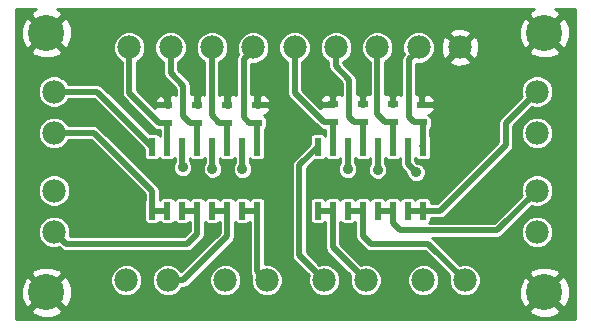
<source format=gtl>
G04 #@! TF.FileFunction,Copper,L1,Top,Signal*
%FSLAX46Y46*%
G04 Gerber Fmt 4.6, Leading zero omitted, Abs format (unit mm)*
G04 Created by KiCad (PCBNEW (2014-11-09 BZR 5259)-product) date Mon 22 Dec 2014 02:38:55 PM PST*
%MOMM*%
G01*
G04 APERTURE LIST*
%ADD10C,0.100000*%
%ADD11C,1.968500*%
%ADD12R,0.600000X1.500000*%
%ADD13R,0.900000X0.500000*%
%ADD14C,3.048000*%
%ADD15C,0.889000*%
%ADD16C,0.508000*%
%ADD17C,0.254000*%
G04 APERTURE END LIST*
D10*
D11*
X140100000Y-49878000D03*
X143600000Y-49878000D03*
X147100000Y-49878000D03*
D12*
X142055000Y-63700000D03*
X143325000Y-63700000D03*
X144595000Y-63700000D03*
X145865000Y-63700000D03*
X147135000Y-63700000D03*
X148405000Y-63700000D03*
X149675000Y-63700000D03*
X150945000Y-63700000D03*
X150945000Y-58300000D03*
X149675000Y-58300000D03*
X148405000Y-58300000D03*
X147135000Y-58300000D03*
X145865000Y-58300000D03*
X144595000Y-58300000D03*
X143325000Y-58300000D03*
X142055000Y-58300000D03*
X156055000Y-63700000D03*
X157325000Y-63700000D03*
X158595000Y-63700000D03*
X159865000Y-63700000D03*
X161135000Y-63700000D03*
X162405000Y-63700000D03*
X163675000Y-63700000D03*
X164945000Y-63700000D03*
X164945000Y-58300000D03*
X163675000Y-58300000D03*
X162405000Y-58300000D03*
X161135000Y-58300000D03*
X159865000Y-58300000D03*
X158595000Y-58300000D03*
X157325000Y-58300000D03*
X156055000Y-58300000D03*
D13*
X143327120Y-56243920D03*
X143327120Y-54743920D03*
X145869660Y-56246460D03*
X145869660Y-54746460D03*
X148412200Y-56249000D03*
X148412200Y-54749000D03*
X150934420Y-56251540D03*
X150934420Y-54751540D03*
X157327600Y-56198200D03*
X157327600Y-54698200D03*
X159867600Y-56198200D03*
X159867600Y-54698200D03*
X162407600Y-56198200D03*
X162407600Y-54698200D03*
X164871400Y-56223600D03*
X164871400Y-54723600D03*
D11*
X133731000Y-57122000D03*
X133731000Y-53622000D03*
X133731000Y-65504000D03*
X133731000Y-62004000D03*
X143355000Y-69596000D03*
X139855000Y-69596000D03*
X151737000Y-69596000D03*
X148237000Y-69596000D03*
X160119000Y-69596000D03*
X156619000Y-69596000D03*
X168501000Y-69596000D03*
X165001000Y-69596000D03*
X174625000Y-62004000D03*
X174625000Y-65504000D03*
X174625000Y-53622000D03*
X174625000Y-57122000D03*
X150600000Y-49878000D03*
X154100000Y-49878000D03*
X157600000Y-49878000D03*
X161100000Y-49878000D03*
X164600000Y-49878000D03*
X168100000Y-49878000D03*
D14*
X175260000Y-48641000D03*
X133096000Y-48641000D03*
X175260000Y-70612000D03*
X133096000Y-70612000D03*
D15*
X144627600Y-60045600D03*
X147142200Y-60172600D03*
X149682200Y-60198000D03*
X158597600Y-60198000D03*
X161137600Y-60248800D03*
X164388800Y-60452000D03*
D16*
X143327120Y-58297880D02*
X143325000Y-58300000D01*
X143327120Y-56243920D02*
X143327120Y-58297880D01*
X140100000Y-53740000D02*
X142603920Y-56243920D01*
X142603920Y-56243920D02*
X143327120Y-56243920D01*
X140100000Y-49878000D02*
X140100000Y-53740000D01*
X143600000Y-52033000D02*
X144678400Y-53111400D01*
X144678400Y-53111400D02*
X144678400Y-55651400D01*
X144678400Y-55651400D02*
X145273460Y-56246460D01*
X145273460Y-56246460D02*
X145869660Y-56246460D01*
X145869660Y-58295340D02*
X145865000Y-58300000D01*
X145869660Y-56246460D02*
X145869660Y-58295340D01*
X145273460Y-56246460D02*
X145869660Y-56246460D01*
X144678400Y-55651400D02*
X145273460Y-56246460D01*
X144678400Y-53111400D02*
X144678400Y-55651400D01*
X143600000Y-52033000D02*
X144678400Y-53111400D01*
X143600000Y-49878000D02*
X143600000Y-52033000D01*
X147100000Y-55609200D02*
X147739800Y-56249000D01*
X147739800Y-56249000D02*
X148412200Y-56249000D01*
X148412200Y-58292800D02*
X148405000Y-58300000D01*
X148412200Y-56249000D02*
X148412200Y-58292800D01*
X147739800Y-56249000D02*
X148412200Y-56249000D01*
X147100000Y-55609200D02*
X147739800Y-56249000D01*
X147100000Y-49878000D02*
X147100000Y-55609200D01*
X150256940Y-56251540D02*
X150934420Y-56251540D01*
X149809200Y-55803800D02*
X150256940Y-56251540D01*
X149809200Y-50850800D02*
X149809200Y-55803800D01*
X150600000Y-50060000D02*
X149809200Y-50850800D01*
X150934420Y-58289420D02*
X150945000Y-58300000D01*
X150934420Y-56251540D02*
X150934420Y-58289420D01*
X154100000Y-53719200D02*
X156579000Y-56198200D01*
X156579000Y-56198200D02*
X157327600Y-56198200D01*
X154100000Y-49878000D02*
X154100000Y-53719200D01*
X157325000Y-56200800D02*
X157325000Y-58300000D01*
X157327600Y-56198200D02*
X157325000Y-56200800D01*
X157600000Y-51478800D02*
X158750000Y-52628800D01*
X158750000Y-52628800D02*
X158750000Y-55778400D01*
X158750000Y-55778400D02*
X159169800Y-56198200D01*
X159169800Y-56198200D02*
X159867600Y-56198200D01*
X157600000Y-49878000D02*
X157600000Y-51478800D01*
X159867600Y-58297400D02*
X159865000Y-58300000D01*
X159865000Y-56200800D02*
X159865000Y-58300000D01*
X159867600Y-56198200D02*
X159865000Y-56200800D01*
X161100000Y-55512200D02*
X161786000Y-56198200D01*
X161786000Y-56198200D02*
X162407600Y-56198200D01*
X161100000Y-49878000D02*
X161100000Y-55512200D01*
X162405000Y-56200800D02*
X162405000Y-58300000D01*
X162407600Y-56198200D02*
X162405000Y-56200800D01*
X164224400Y-56223600D02*
X164871400Y-56223600D01*
X163779200Y-55778400D02*
X164224400Y-56223600D01*
X163779200Y-50901600D02*
X163779200Y-55778400D01*
X164600000Y-50080800D02*
X163779200Y-50901600D01*
X164871400Y-58226400D02*
X164945000Y-58300000D01*
X164945000Y-56297200D02*
X164945000Y-58300000D01*
X164871400Y-56223600D02*
X164945000Y-56297200D01*
X143327120Y-54147720D02*
X141833600Y-52654200D01*
X141833600Y-52654200D02*
X141833600Y-48717200D01*
X141833600Y-48717200D02*
X142875000Y-47675800D01*
X162814000Y-47675800D02*
X165897800Y-47675800D01*
X159435800Y-47675800D02*
X162814000Y-47675800D01*
X155956000Y-47675800D02*
X159435800Y-47675800D01*
X152349200Y-47675800D02*
X155956000Y-47675800D01*
X148793200Y-47675800D02*
X152349200Y-47675800D01*
X145440400Y-47675800D02*
X148793200Y-47675800D01*
X142875000Y-47675800D02*
X145440400Y-47675800D01*
X165897800Y-47675800D02*
X168100000Y-49878000D01*
X143327120Y-54743920D02*
X143327120Y-54147720D01*
X145869660Y-52600860D02*
X145440400Y-52171600D01*
X145440400Y-52171600D02*
X145440400Y-47675800D01*
X145869660Y-54746460D02*
X145869660Y-52600860D01*
X148412200Y-52146200D02*
X148793200Y-51765200D01*
X148793200Y-51765200D02*
X148793200Y-47675800D01*
X148412200Y-54749000D02*
X148412200Y-52146200D01*
X150934420Y-53256180D02*
X152349200Y-51841400D01*
X152349200Y-51841400D02*
X152349200Y-47675800D01*
X150934420Y-54751540D02*
X150934420Y-53256180D01*
X157327600Y-53467000D02*
X155956000Y-52095400D01*
X155956000Y-52095400D02*
X155956000Y-47675800D01*
X157327600Y-54698200D02*
X157327600Y-53467000D01*
X159867600Y-51333400D02*
X159435800Y-50901600D01*
X159435800Y-50901600D02*
X159435800Y-47675800D01*
X159867600Y-54698200D02*
X159867600Y-51333400D01*
X162407600Y-51689000D02*
X162814000Y-51282600D01*
X162814000Y-51282600D02*
X162814000Y-47675800D01*
X162407600Y-54698200D02*
X162407600Y-51689000D01*
X164871400Y-53106600D02*
X168100000Y-49878000D01*
X164871400Y-54723600D02*
X164871400Y-53106600D01*
X137132000Y-57122000D02*
X133731000Y-57122000D01*
X142055000Y-62045000D02*
X137132000Y-57122000D01*
X142055000Y-63700000D02*
X142055000Y-62045000D01*
X143325000Y-63700000D02*
X143325000Y-63315000D01*
X142055000Y-63700000D02*
X143325000Y-63700000D01*
X134749600Y-66522600D02*
X133731000Y-65504000D01*
X145034000Y-66522600D02*
X134749600Y-66522600D01*
X145865000Y-65691600D02*
X145034000Y-66522600D01*
X145865000Y-63700000D02*
X145865000Y-65691600D01*
X144595000Y-63700000D02*
X145865000Y-63700000D01*
X148405000Y-63700000D02*
X148405000Y-65869400D01*
X144678400Y-69596000D02*
X143355000Y-69596000D01*
X148405000Y-65869400D02*
X144678400Y-69596000D01*
X148405000Y-63700000D02*
X147135000Y-63700000D01*
X150945000Y-68804000D02*
X151737000Y-69596000D01*
X150945000Y-65306737D02*
X150945000Y-68804000D01*
X150945000Y-63700000D02*
X150945000Y-65306737D01*
X149675000Y-63700000D02*
X150945000Y-63700000D01*
X157325000Y-66802000D02*
X160119000Y-69596000D01*
X157325000Y-63700000D02*
X157325000Y-66802000D01*
X156055000Y-63700000D02*
X157325000Y-63700000D01*
X159865000Y-63700000D02*
X158595000Y-63700000D01*
X159865000Y-65834200D02*
X160553400Y-66522600D01*
X160553400Y-66522600D02*
X165427600Y-66522600D01*
X165427600Y-66522600D02*
X168501000Y-69596000D01*
X159865000Y-63700000D02*
X159865000Y-65834200D01*
X161135000Y-63700000D02*
X162405000Y-63700000D01*
X162405000Y-64716600D02*
X163042600Y-65354200D01*
X163042600Y-65354200D02*
X171274800Y-65354200D01*
X171274800Y-65354200D02*
X174625000Y-62004000D01*
X162405000Y-63700000D02*
X162405000Y-64716600D01*
X163675000Y-63700000D02*
X163675000Y-64150000D01*
X171983400Y-56263600D02*
X174625000Y-53622000D01*
X171983400Y-58166000D02*
X171983400Y-56263600D01*
X166449400Y-63700000D02*
X171983400Y-58166000D01*
X164945000Y-63700000D02*
X166449400Y-63700000D01*
X163675000Y-63700000D02*
X164945000Y-63700000D01*
X137377000Y-53622000D02*
X142055000Y-58300000D01*
X133731000Y-53622000D02*
X137377000Y-53622000D01*
X133731000Y-62004000D02*
X134490400Y-62004000D01*
X144595000Y-60013000D02*
X144627600Y-60045600D01*
X144595000Y-58300000D02*
X144595000Y-60013000D01*
X147135000Y-60165400D02*
X147142200Y-60172600D01*
X147135000Y-58300000D02*
X147135000Y-60165400D01*
X149675000Y-58300000D02*
X149675000Y-60190800D01*
X149675000Y-60190800D02*
X149682200Y-60198000D01*
X154508200Y-67485200D02*
X154508200Y-59846800D01*
X154508200Y-59846800D02*
X156055000Y-58300000D01*
X156619000Y-69596000D02*
X154508200Y-67485200D01*
X158595000Y-58300000D02*
X158595000Y-60195400D01*
X158595000Y-60195400D02*
X158597600Y-60198000D01*
X161135000Y-60246200D02*
X161137600Y-60248800D01*
X161135000Y-58300000D02*
X161135000Y-60246200D01*
X161137600Y-58302600D02*
X161137600Y-60248800D01*
X161135000Y-58300000D02*
X161137600Y-58302600D01*
X163675000Y-58300000D02*
X163675000Y-59738200D01*
X163675000Y-59738200D02*
X164388800Y-60452000D01*
D17*
G36*
X177877000Y-72848000D02*
X177426556Y-72848000D01*
X177426556Y-71001536D01*
X177426556Y-49030536D01*
X177410706Y-48171779D01*
X177112568Y-47452011D01*
X176791307Y-47289298D01*
X175439605Y-48641000D01*
X176791307Y-49992702D01*
X177112568Y-49829989D01*
X177426556Y-49030536D01*
X177426556Y-71001536D01*
X177410706Y-70142779D01*
X177112568Y-69423011D01*
X176791307Y-69260298D01*
X176611702Y-69439903D01*
X176611702Y-69080693D01*
X176611702Y-50172307D01*
X175260000Y-48820605D01*
X175080395Y-49000210D01*
X175080395Y-48641000D01*
X173728693Y-47289298D01*
X173407432Y-47452011D01*
X173093444Y-48251464D01*
X173109294Y-49110221D01*
X173407432Y-49829989D01*
X173728693Y-49992702D01*
X175080395Y-48641000D01*
X175080395Y-49000210D01*
X173908298Y-50172307D01*
X174071011Y-50493568D01*
X174870464Y-50807556D01*
X175729221Y-50791706D01*
X176448989Y-50493568D01*
X176611702Y-50172307D01*
X176611702Y-69080693D01*
X176448989Y-68759432D01*
X175990487Y-68579353D01*
X175990487Y-65233626D01*
X175990487Y-61733626D01*
X175990487Y-56851626D01*
X175783078Y-56349658D01*
X175399362Y-55965272D01*
X174897756Y-55756987D01*
X174354626Y-55756513D01*
X173852658Y-55963922D01*
X173468272Y-56347638D01*
X173259987Y-56849244D01*
X173259513Y-57392374D01*
X173466922Y-57894342D01*
X173850638Y-58278728D01*
X174352244Y-58487013D01*
X174895374Y-58487487D01*
X175397342Y-58280078D01*
X175781728Y-57896362D01*
X175990013Y-57394756D01*
X175990487Y-56851626D01*
X175990487Y-61733626D01*
X175783078Y-61231658D01*
X175399362Y-60847272D01*
X174897756Y-60638987D01*
X174354626Y-60638513D01*
X173852658Y-60845922D01*
X173468272Y-61229638D01*
X173259987Y-61731244D01*
X173259513Y-62274374D01*
X173317137Y-62413836D01*
X171011774Y-64719200D01*
X165514615Y-64719200D01*
X165567996Y-64665819D01*
X165626000Y-64525785D01*
X165626000Y-64374214D01*
X165626000Y-64335000D01*
X166449400Y-64335000D01*
X166692404Y-64286664D01*
X166898413Y-64149013D01*
X172432413Y-58615013D01*
X172570064Y-58409004D01*
X172618400Y-58166000D01*
X172618400Y-56526625D01*
X174215000Y-54930024D01*
X174352244Y-54987013D01*
X174895374Y-54987487D01*
X175397342Y-54780078D01*
X175781728Y-54396362D01*
X175990013Y-53894756D01*
X175990487Y-53351626D01*
X175783078Y-52849658D01*
X175399362Y-52465272D01*
X174897756Y-52256987D01*
X174354626Y-52256513D01*
X173852658Y-52463922D01*
X173468272Y-52847638D01*
X173259987Y-53349244D01*
X173259513Y-53892374D01*
X173317137Y-54031836D01*
X171534387Y-55814587D01*
X171396736Y-56020596D01*
X171348400Y-56263600D01*
X171348400Y-57902974D01*
X169730247Y-59521127D01*
X169730247Y-50138780D01*
X169705948Y-49495061D01*
X169506356Y-49013203D01*
X169241135Y-48916470D01*
X169061530Y-49096075D01*
X169061530Y-48736865D01*
X168964797Y-48471644D01*
X168360780Y-48247753D01*
X167717061Y-48272052D01*
X167235203Y-48471644D01*
X167138470Y-48736865D01*
X168100000Y-49698395D01*
X169061530Y-48736865D01*
X169061530Y-49096075D01*
X168279605Y-49878000D01*
X169241135Y-50839530D01*
X169506356Y-50742797D01*
X169730247Y-50138780D01*
X169730247Y-59521127D01*
X169061530Y-60189844D01*
X169061530Y-51019135D01*
X168100000Y-50057605D01*
X167920395Y-50237210D01*
X167920395Y-49878000D01*
X166958865Y-48916470D01*
X166693644Y-49013203D01*
X166469753Y-49617220D01*
X166494052Y-50260939D01*
X166693644Y-50742797D01*
X166958865Y-50839530D01*
X167920395Y-49878000D01*
X167920395Y-50237210D01*
X167138470Y-51019135D01*
X167235203Y-51284356D01*
X167839220Y-51508247D01*
X168482939Y-51483948D01*
X168964797Y-51284356D01*
X169061530Y-51019135D01*
X169061530Y-60189844D01*
X166186374Y-63065000D01*
X165965487Y-63065000D01*
X165965487Y-49607626D01*
X165758078Y-49105658D01*
X165374362Y-48721272D01*
X164872756Y-48512987D01*
X164329626Y-48512513D01*
X163827658Y-48719922D01*
X163443272Y-49103638D01*
X163234987Y-49605244D01*
X163234513Y-50148374D01*
X163351432Y-50431341D01*
X163330187Y-50452587D01*
X163192536Y-50658596D01*
X163144200Y-50901600D01*
X163144200Y-53879594D01*
X162983910Y-53813200D01*
X162731291Y-53813200D01*
X162693350Y-53813200D01*
X162534600Y-53971950D01*
X162534600Y-54573200D01*
X162554600Y-54573200D01*
X162554600Y-54823200D01*
X162534600Y-54823200D01*
X162534600Y-54845200D01*
X162280600Y-54845200D01*
X162280600Y-54823200D01*
X162260600Y-54823200D01*
X162260600Y-54573200D01*
X162280600Y-54573200D01*
X162280600Y-53971950D01*
X162121850Y-53813200D01*
X162083909Y-53813200D01*
X161831290Y-53813200D01*
X161735000Y-53853084D01*
X161735000Y-51092826D01*
X161872342Y-51036078D01*
X162256728Y-50652362D01*
X162465013Y-50150756D01*
X162465487Y-49607626D01*
X162258078Y-49105658D01*
X161874362Y-48721272D01*
X161372756Y-48512987D01*
X160829626Y-48512513D01*
X160327658Y-48719922D01*
X159943272Y-49103638D01*
X159734987Y-49605244D01*
X159734513Y-50148374D01*
X159941922Y-50650342D01*
X160325638Y-51034728D01*
X160465000Y-51092596D01*
X160465000Y-53821935D01*
X160443910Y-53813200D01*
X160191291Y-53813200D01*
X160153350Y-53813200D01*
X159994600Y-53971950D01*
X159994600Y-54573200D01*
X160014600Y-54573200D01*
X160014600Y-54823200D01*
X159994600Y-54823200D01*
X159994600Y-54845200D01*
X159740600Y-54845200D01*
X159740600Y-54823200D01*
X159720600Y-54823200D01*
X159720600Y-54573200D01*
X159740600Y-54573200D01*
X159740600Y-53971950D01*
X159581850Y-53813200D01*
X159543909Y-53813200D01*
X159385000Y-53813200D01*
X159385000Y-52628805D01*
X159385000Y-52628800D01*
X159385001Y-52628800D01*
X159336664Y-52385796D01*
X159199013Y-52179787D01*
X158235000Y-51215774D01*
X158235000Y-51092826D01*
X158372342Y-51036078D01*
X158756728Y-50652362D01*
X158965013Y-50150756D01*
X158965487Y-49607626D01*
X158758078Y-49105658D01*
X158374362Y-48721272D01*
X157872756Y-48512987D01*
X157329626Y-48512513D01*
X156827658Y-48719922D01*
X156443272Y-49103638D01*
X156234987Y-49605244D01*
X156234513Y-50148374D01*
X156441922Y-50650342D01*
X156825638Y-51034728D01*
X156965000Y-51092596D01*
X156965000Y-51478800D01*
X157013336Y-51721804D01*
X157150987Y-51927813D01*
X158115000Y-52891826D01*
X158115000Y-53900636D01*
X157903910Y-53813200D01*
X157651291Y-53813200D01*
X157613350Y-53813200D01*
X157454600Y-53971950D01*
X157454600Y-54573200D01*
X157474600Y-54573200D01*
X157474600Y-54823200D01*
X157454600Y-54823200D01*
X157454600Y-54845200D01*
X157200600Y-54845200D01*
X157200600Y-54823200D01*
X157200600Y-54573200D01*
X157200600Y-53971950D01*
X157041850Y-53813200D01*
X157003909Y-53813200D01*
X156751290Y-53813200D01*
X156517901Y-53909873D01*
X156339273Y-54088502D01*
X156242600Y-54321891D01*
X156242600Y-54414450D01*
X156401350Y-54573200D01*
X157200600Y-54573200D01*
X157200600Y-54823200D01*
X156401350Y-54823200D01*
X156251688Y-54972862D01*
X154735000Y-53456174D01*
X154735000Y-51092826D01*
X154872342Y-51036078D01*
X155256728Y-50652362D01*
X155465013Y-50150756D01*
X155465487Y-49607626D01*
X155258078Y-49105658D01*
X154874362Y-48721272D01*
X154372756Y-48512987D01*
X153829626Y-48512513D01*
X153327658Y-48719922D01*
X152943272Y-49103638D01*
X152734987Y-49605244D01*
X152734513Y-50148374D01*
X152941922Y-50650342D01*
X153325638Y-51034728D01*
X153465000Y-51092596D01*
X153465000Y-53719200D01*
X153513336Y-53962204D01*
X153650987Y-54168213D01*
X156129987Y-56647213D01*
X156335995Y-56784864D01*
X156335996Y-56784864D01*
X156579000Y-56833200D01*
X156690000Y-56833200D01*
X156690000Y-57363160D01*
X156677996Y-57334180D01*
X156570819Y-57227004D01*
X156430785Y-57169000D01*
X156279214Y-57169000D01*
X155679214Y-57169000D01*
X155539180Y-57227004D01*
X155432004Y-57334181D01*
X155374000Y-57474215D01*
X155374000Y-57625786D01*
X155374000Y-58082974D01*
X154059187Y-59397787D01*
X153921536Y-59603796D01*
X153873200Y-59846800D01*
X153873200Y-67485200D01*
X153921536Y-67728204D01*
X154059187Y-67934213D01*
X155310975Y-69186001D01*
X155253987Y-69323244D01*
X155253513Y-69866374D01*
X155460922Y-70368342D01*
X155844638Y-70752728D01*
X156346244Y-70961013D01*
X156889374Y-70961487D01*
X157391342Y-70754078D01*
X157775728Y-70370362D01*
X157984013Y-69868756D01*
X157984487Y-69325626D01*
X157777078Y-68823658D01*
X157393362Y-68439272D01*
X156891756Y-68230987D01*
X156348626Y-68230513D01*
X156209163Y-68288137D01*
X155143200Y-67222174D01*
X155143200Y-60109825D01*
X155822025Y-59431000D01*
X155830786Y-59431000D01*
X156430786Y-59431000D01*
X156570820Y-59372996D01*
X156677996Y-59265819D01*
X156689999Y-59236839D01*
X156702004Y-59265820D01*
X156809181Y-59372996D01*
X156949215Y-59431000D01*
X157100786Y-59431000D01*
X157700786Y-59431000D01*
X157840820Y-59372996D01*
X157947996Y-59265819D01*
X157959999Y-59236839D01*
X157960000Y-59236839D01*
X157960000Y-59668071D01*
X157898183Y-59729781D01*
X157772243Y-60033077D01*
X157771957Y-60361482D01*
X157897367Y-60664998D01*
X158129381Y-60897417D01*
X158432677Y-61023357D01*
X158761082Y-61023643D01*
X159064598Y-60898233D01*
X159297017Y-60666219D01*
X159422957Y-60362923D01*
X159423243Y-60034518D01*
X159297833Y-59731002D01*
X159230000Y-59663050D01*
X159230000Y-59236839D01*
X159242004Y-59265820D01*
X159349181Y-59372996D01*
X159489215Y-59431000D01*
X159640786Y-59431000D01*
X160240786Y-59431000D01*
X160380820Y-59372996D01*
X160487996Y-59265819D01*
X160499999Y-59236839D01*
X160500000Y-59236839D01*
X160500000Y-59718871D01*
X160438183Y-59780581D01*
X160312243Y-60083877D01*
X160311957Y-60412282D01*
X160437367Y-60715798D01*
X160669381Y-60948217D01*
X160972677Y-61074157D01*
X161301082Y-61074443D01*
X161604598Y-60949033D01*
X161837017Y-60717019D01*
X161962957Y-60413723D01*
X161963243Y-60085318D01*
X161837833Y-59781802D01*
X161772600Y-59716455D01*
X161772600Y-59243116D01*
X161782004Y-59265820D01*
X161889181Y-59372996D01*
X162029215Y-59431000D01*
X162180786Y-59431000D01*
X162780786Y-59431000D01*
X162920820Y-59372996D01*
X163027996Y-59265819D01*
X163039999Y-59236839D01*
X163040000Y-59236839D01*
X163040000Y-59738200D01*
X163088336Y-59981204D01*
X163225987Y-60187213D01*
X163563236Y-60524462D01*
X163563157Y-60615482D01*
X163688567Y-60918998D01*
X163920581Y-61151417D01*
X164223877Y-61277357D01*
X164552282Y-61277643D01*
X164855798Y-61152233D01*
X165088217Y-60920219D01*
X165214157Y-60616923D01*
X165214443Y-60288518D01*
X165089033Y-59985002D01*
X164857019Y-59752583D01*
X164553723Y-59626643D01*
X164461388Y-59626562D01*
X164310000Y-59475174D01*
X164310000Y-59236839D01*
X164322004Y-59265820D01*
X164429181Y-59372996D01*
X164569215Y-59431000D01*
X164720786Y-59431000D01*
X165320786Y-59431000D01*
X165460820Y-59372996D01*
X165567996Y-59265819D01*
X165626000Y-59125785D01*
X165626000Y-58974214D01*
X165626000Y-57474214D01*
X165580000Y-57363160D01*
X165580000Y-56753815D01*
X165644396Y-56689419D01*
X165702400Y-56549385D01*
X165702400Y-56397814D01*
X165702400Y-55897814D01*
X165644396Y-55757780D01*
X165537219Y-55650604D01*
X165435812Y-55608600D01*
X165447710Y-55608600D01*
X165681099Y-55511927D01*
X165859727Y-55333298D01*
X165956400Y-55099909D01*
X165956400Y-55007350D01*
X165956400Y-54439850D01*
X165956400Y-54347291D01*
X165859727Y-54113902D01*
X165681099Y-53935273D01*
X165447710Y-53838600D01*
X165195091Y-53838600D01*
X165157150Y-53838600D01*
X164998400Y-53997350D01*
X164998400Y-54598600D01*
X165797650Y-54598600D01*
X165956400Y-54439850D01*
X165956400Y-55007350D01*
X165797650Y-54848600D01*
X164998400Y-54848600D01*
X164998400Y-54870600D01*
X164744400Y-54870600D01*
X164744400Y-54848600D01*
X164724400Y-54848600D01*
X164724400Y-54598600D01*
X164744400Y-54598600D01*
X164744400Y-53997350D01*
X164585650Y-53838600D01*
X164547709Y-53838600D01*
X164414200Y-53838600D01*
X164414200Y-51243088D01*
X164870374Y-51243487D01*
X165372342Y-51036078D01*
X165756728Y-50652362D01*
X165965013Y-50150756D01*
X165965487Y-49607626D01*
X165965487Y-63065000D01*
X165626000Y-63065000D01*
X165626000Y-62874214D01*
X165567996Y-62734180D01*
X165460819Y-62627004D01*
X165320785Y-62569000D01*
X165169214Y-62569000D01*
X164569214Y-62569000D01*
X164429180Y-62627004D01*
X164322004Y-62734181D01*
X164310000Y-62763160D01*
X164297996Y-62734180D01*
X164190819Y-62627004D01*
X164050785Y-62569000D01*
X163899214Y-62569000D01*
X163299214Y-62569000D01*
X163159180Y-62627004D01*
X163052004Y-62734181D01*
X163040000Y-62763160D01*
X163027996Y-62734180D01*
X162920819Y-62627004D01*
X162780785Y-62569000D01*
X162629214Y-62569000D01*
X162029214Y-62569000D01*
X161889180Y-62627004D01*
X161782004Y-62734181D01*
X161770000Y-62763160D01*
X161757996Y-62734180D01*
X161650819Y-62627004D01*
X161510785Y-62569000D01*
X161359214Y-62569000D01*
X160759214Y-62569000D01*
X160619180Y-62627004D01*
X160512004Y-62734181D01*
X160500000Y-62763160D01*
X160487996Y-62734180D01*
X160380819Y-62627004D01*
X160240785Y-62569000D01*
X160089214Y-62569000D01*
X159489214Y-62569000D01*
X159349180Y-62627004D01*
X159242004Y-62734181D01*
X159230000Y-62763160D01*
X159217996Y-62734180D01*
X159110819Y-62627004D01*
X158970785Y-62569000D01*
X158819214Y-62569000D01*
X158219214Y-62569000D01*
X158079180Y-62627004D01*
X157972004Y-62734181D01*
X157960000Y-62763160D01*
X157947996Y-62734180D01*
X157840819Y-62627004D01*
X157700785Y-62569000D01*
X157549214Y-62569000D01*
X156949214Y-62569000D01*
X156809180Y-62627004D01*
X156702004Y-62734181D01*
X156690000Y-62763160D01*
X156677996Y-62734180D01*
X156570819Y-62627004D01*
X156430785Y-62569000D01*
X156279214Y-62569000D01*
X155679214Y-62569000D01*
X155539180Y-62627004D01*
X155432004Y-62734181D01*
X155374000Y-62874215D01*
X155374000Y-63025786D01*
X155374000Y-64525786D01*
X155432004Y-64665820D01*
X155539181Y-64772996D01*
X155679215Y-64831000D01*
X155830786Y-64831000D01*
X156430786Y-64831000D01*
X156570820Y-64772996D01*
X156677996Y-64665819D01*
X156689999Y-64636839D01*
X156690000Y-64636839D01*
X156690000Y-66802000D01*
X156738336Y-67045004D01*
X156875987Y-67251013D01*
X158810975Y-69186001D01*
X158753987Y-69323244D01*
X158753513Y-69866374D01*
X158960922Y-70368342D01*
X159344638Y-70752728D01*
X159846244Y-70961013D01*
X160389374Y-70961487D01*
X160891342Y-70754078D01*
X161275728Y-70370362D01*
X161484013Y-69868756D01*
X161484487Y-69325626D01*
X161277078Y-68823658D01*
X160893362Y-68439272D01*
X160391756Y-68230987D01*
X159848626Y-68230513D01*
X159709163Y-68288137D01*
X157960000Y-66538974D01*
X157960000Y-64636839D01*
X157972004Y-64665820D01*
X158079181Y-64772996D01*
X158219215Y-64831000D01*
X158370786Y-64831000D01*
X158970786Y-64831000D01*
X159110820Y-64772996D01*
X159217996Y-64665819D01*
X159229999Y-64636839D01*
X159230000Y-64636839D01*
X159230000Y-65834200D01*
X159278336Y-66077204D01*
X159415987Y-66283213D01*
X160104387Y-66971613D01*
X160310396Y-67109264D01*
X160553400Y-67157601D01*
X160553400Y-67157600D01*
X160553405Y-67157600D01*
X165164574Y-67157600D01*
X167192975Y-69186001D01*
X167135987Y-69323244D01*
X167135513Y-69866374D01*
X167342922Y-70368342D01*
X167726638Y-70752728D01*
X168228244Y-70961013D01*
X168771374Y-70961487D01*
X169273342Y-70754078D01*
X169657728Y-70370362D01*
X169866013Y-69868756D01*
X169866487Y-69325626D01*
X169659078Y-68823658D01*
X169275362Y-68439272D01*
X168773756Y-68230987D01*
X168230626Y-68230513D01*
X168091163Y-68288137D01*
X165876613Y-66073587D01*
X165750319Y-65989200D01*
X171274800Y-65989200D01*
X171517804Y-65940864D01*
X171723813Y-65803213D01*
X174215001Y-63312024D01*
X174352244Y-63369013D01*
X174895374Y-63369487D01*
X175397342Y-63162078D01*
X175781728Y-62778362D01*
X175990013Y-62276756D01*
X175990487Y-61733626D01*
X175990487Y-65233626D01*
X175783078Y-64731658D01*
X175399362Y-64347272D01*
X174897756Y-64138987D01*
X174354626Y-64138513D01*
X173852658Y-64345922D01*
X173468272Y-64729638D01*
X173259987Y-65231244D01*
X173259513Y-65774374D01*
X173466922Y-66276342D01*
X173850638Y-66660728D01*
X174352244Y-66869013D01*
X174895374Y-66869487D01*
X175397342Y-66662078D01*
X175781728Y-66278362D01*
X175990013Y-65776756D01*
X175990487Y-65233626D01*
X175990487Y-68579353D01*
X175649536Y-68445444D01*
X174790779Y-68461294D01*
X174071011Y-68759432D01*
X173908298Y-69080693D01*
X175260000Y-70432395D01*
X176611702Y-69080693D01*
X176611702Y-69439903D01*
X175439605Y-70612000D01*
X176791307Y-71963702D01*
X177112568Y-71800989D01*
X177426556Y-71001536D01*
X177426556Y-72848000D01*
X176611702Y-72848000D01*
X176611702Y-72143307D01*
X175260000Y-70791605D01*
X175080395Y-70971210D01*
X175080395Y-70612000D01*
X173728693Y-69260298D01*
X173407432Y-69423011D01*
X173093444Y-70222464D01*
X173109294Y-71081221D01*
X173407432Y-71800989D01*
X173728693Y-71963702D01*
X175080395Y-70612000D01*
X175080395Y-70971210D01*
X173908298Y-72143307D01*
X174071011Y-72464568D01*
X174870464Y-72778556D01*
X175729221Y-72762706D01*
X176448989Y-72464568D01*
X176611702Y-72143307D01*
X176611702Y-72848000D01*
X166366487Y-72848000D01*
X166366487Y-69325626D01*
X166159078Y-68823658D01*
X165775362Y-68439272D01*
X165273756Y-68230987D01*
X164730626Y-68230513D01*
X164228658Y-68437922D01*
X163844272Y-68821638D01*
X163635987Y-69323244D01*
X163635513Y-69866374D01*
X163842922Y-70368342D01*
X164226638Y-70752728D01*
X164728244Y-70961013D01*
X165271374Y-70961487D01*
X165773342Y-70754078D01*
X166157728Y-70370362D01*
X166366013Y-69868756D01*
X166366487Y-69325626D01*
X166366487Y-72848000D01*
X153102487Y-72848000D01*
X153102487Y-69325626D01*
X152895078Y-68823658D01*
X152511362Y-68439272D01*
X152019420Y-68234999D01*
X152019420Y-55127849D01*
X152019420Y-55035290D01*
X152019420Y-54467790D01*
X152019420Y-54375231D01*
X151922747Y-54141842D01*
X151744119Y-53963213D01*
X151510730Y-53866540D01*
X151258111Y-53866540D01*
X151220170Y-53866540D01*
X151061420Y-54025290D01*
X151061420Y-54626540D01*
X151860670Y-54626540D01*
X152019420Y-54467790D01*
X152019420Y-55035290D01*
X151860670Y-54876540D01*
X151061420Y-54876540D01*
X151061420Y-54898540D01*
X150807420Y-54898540D01*
X150807420Y-54876540D01*
X150787420Y-54876540D01*
X150787420Y-54626540D01*
X150807420Y-54626540D01*
X150807420Y-54025290D01*
X150648670Y-53866540D01*
X150610729Y-53866540D01*
X150444200Y-53866540D01*
X150444200Y-51243115D01*
X150870374Y-51243487D01*
X151372342Y-51036078D01*
X151756728Y-50652362D01*
X151965013Y-50150756D01*
X151965487Y-49607626D01*
X151758078Y-49105658D01*
X151374362Y-48721272D01*
X150872756Y-48512987D01*
X150329626Y-48512513D01*
X149827658Y-48719922D01*
X149443272Y-49103638D01*
X149234987Y-49605244D01*
X149234513Y-50148374D01*
X149347232Y-50421175D01*
X149222536Y-50607796D01*
X149174200Y-50850800D01*
X149174200Y-53940915D01*
X148988510Y-53864000D01*
X148735891Y-53864000D01*
X148697950Y-53864000D01*
X148539200Y-54022750D01*
X148539200Y-54624000D01*
X148559200Y-54624000D01*
X148559200Y-54874000D01*
X148539200Y-54874000D01*
X148539200Y-54896000D01*
X148285200Y-54896000D01*
X148285200Y-54874000D01*
X148265200Y-54874000D01*
X148265200Y-54624000D01*
X148285200Y-54624000D01*
X148285200Y-54022750D01*
X148126450Y-53864000D01*
X148088509Y-53864000D01*
X147835890Y-53864000D01*
X147735000Y-53905790D01*
X147735000Y-51092826D01*
X147872342Y-51036078D01*
X148256728Y-50652362D01*
X148465013Y-50150756D01*
X148465487Y-49607626D01*
X148258078Y-49105658D01*
X147874362Y-48721272D01*
X147372756Y-48512987D01*
X146829626Y-48512513D01*
X146327658Y-48719922D01*
X145943272Y-49103638D01*
X145734987Y-49605244D01*
X145734513Y-50148374D01*
X145941922Y-50650342D01*
X146325638Y-51034728D01*
X146465000Y-51092596D01*
X146465000Y-53869342D01*
X146445970Y-53861460D01*
X146193351Y-53861460D01*
X146155410Y-53861460D01*
X145996660Y-54020210D01*
X145996660Y-54621460D01*
X146016660Y-54621460D01*
X146016660Y-54871460D01*
X145996660Y-54871460D01*
X145996660Y-54893460D01*
X145742660Y-54893460D01*
X145742660Y-54871460D01*
X145722660Y-54871460D01*
X145722660Y-54621460D01*
X145742660Y-54621460D01*
X145742660Y-54020210D01*
X145583910Y-53861460D01*
X145545969Y-53861460D01*
X145313400Y-53861460D01*
X145313400Y-53111400D01*
X145265064Y-52868396D01*
X145127413Y-52662387D01*
X144235000Y-51769974D01*
X144235000Y-51092826D01*
X144372342Y-51036078D01*
X144756728Y-50652362D01*
X144965013Y-50150756D01*
X144965487Y-49607626D01*
X144758078Y-49105658D01*
X144374362Y-48721272D01*
X143872756Y-48512987D01*
X143329626Y-48512513D01*
X142827658Y-48719922D01*
X142443272Y-49103638D01*
X142234987Y-49605244D01*
X142234513Y-50148374D01*
X142441922Y-50650342D01*
X142825638Y-51034728D01*
X142965000Y-51092596D01*
X142965000Y-52033000D01*
X143013336Y-52276004D01*
X143150987Y-52482013D01*
X144043400Y-53374426D01*
X144043400Y-53916897D01*
X143903430Y-53858920D01*
X143650811Y-53858920D01*
X143612870Y-53858920D01*
X143454120Y-54017670D01*
X143454120Y-54618920D01*
X143474120Y-54618920D01*
X143474120Y-54868920D01*
X143454120Y-54868920D01*
X143454120Y-54890920D01*
X143200120Y-54890920D01*
X143200120Y-54868920D01*
X143200120Y-54618920D01*
X143200120Y-54017670D01*
X143041370Y-53858920D01*
X143003429Y-53858920D01*
X142750810Y-53858920D01*
X142517421Y-53955593D01*
X142338793Y-54134222D01*
X142242120Y-54367611D01*
X142242120Y-54460170D01*
X142400870Y-54618920D01*
X143200120Y-54618920D01*
X143200120Y-54868920D01*
X142400870Y-54868920D01*
X142263908Y-55005882D01*
X140735000Y-53476974D01*
X140735000Y-51092826D01*
X140872342Y-51036078D01*
X141256728Y-50652362D01*
X141465013Y-50150756D01*
X141465487Y-49607626D01*
X141258078Y-49105658D01*
X140874362Y-48721272D01*
X140372756Y-48512987D01*
X139829626Y-48512513D01*
X139327658Y-48719922D01*
X138943272Y-49103638D01*
X138734987Y-49605244D01*
X138734513Y-50148374D01*
X138941922Y-50650342D01*
X139325638Y-51034728D01*
X139465000Y-51092596D01*
X139465000Y-53740000D01*
X139513336Y-53983004D01*
X139650987Y-54189013D01*
X142154907Y-56692933D01*
X142360916Y-56830584D01*
X142603920Y-56878921D01*
X142603920Y-56878920D01*
X142603925Y-56878920D01*
X142692120Y-56878920D01*
X142692120Y-57358043D01*
X142690000Y-57363160D01*
X142677996Y-57334180D01*
X142570819Y-57227004D01*
X142430785Y-57169000D01*
X142279214Y-57169000D01*
X141822026Y-57169000D01*
X137826013Y-53172987D01*
X137620004Y-53035336D01*
X137377000Y-52987000D01*
X135262556Y-52987000D01*
X135262556Y-49030536D01*
X135246706Y-48171779D01*
X134948568Y-47452011D01*
X134627307Y-47289298D01*
X133275605Y-48641000D01*
X134627307Y-49992702D01*
X134948568Y-49829989D01*
X135262556Y-49030536D01*
X135262556Y-52987000D01*
X134945826Y-52987000D01*
X134889078Y-52849658D01*
X134505362Y-52465272D01*
X134447702Y-52441329D01*
X134447702Y-50172307D01*
X133096000Y-48820605D01*
X132916395Y-49000210D01*
X132916395Y-48641000D01*
X131564693Y-47289298D01*
X131243432Y-47452011D01*
X130929444Y-48251464D01*
X130945294Y-49110221D01*
X131243432Y-49829989D01*
X131564693Y-49992702D01*
X132916395Y-48641000D01*
X132916395Y-49000210D01*
X131744298Y-50172307D01*
X131907011Y-50493568D01*
X132706464Y-50807556D01*
X133565221Y-50791706D01*
X134284989Y-50493568D01*
X134447702Y-50172307D01*
X134447702Y-52441329D01*
X134003756Y-52256987D01*
X133460626Y-52256513D01*
X132958658Y-52463922D01*
X132574272Y-52847638D01*
X132365987Y-53349244D01*
X132365513Y-53892374D01*
X132572922Y-54394342D01*
X132956638Y-54778728D01*
X133458244Y-54987013D01*
X134001374Y-54987487D01*
X134503342Y-54780078D01*
X134887728Y-54396362D01*
X134945596Y-54257000D01*
X137113974Y-54257000D01*
X141374000Y-58517026D01*
X141374000Y-59125786D01*
X141432004Y-59265820D01*
X141539181Y-59372996D01*
X141679215Y-59431000D01*
X141830786Y-59431000D01*
X142430786Y-59431000D01*
X142570820Y-59372996D01*
X142677996Y-59265819D01*
X142689999Y-59236839D01*
X142702004Y-59265820D01*
X142809181Y-59372996D01*
X142949215Y-59431000D01*
X143100786Y-59431000D01*
X143700786Y-59431000D01*
X143840820Y-59372996D01*
X143947996Y-59265819D01*
X143959999Y-59236839D01*
X143960000Y-59236839D01*
X143960000Y-59545619D01*
X143928183Y-59577381D01*
X143802243Y-59880677D01*
X143801957Y-60209082D01*
X143927367Y-60512598D01*
X144159381Y-60745017D01*
X144462677Y-60870957D01*
X144791082Y-60871243D01*
X145094598Y-60745833D01*
X145327017Y-60513819D01*
X145452957Y-60210523D01*
X145453243Y-59882118D01*
X145327833Y-59578602D01*
X145230000Y-59480598D01*
X145230000Y-59236839D01*
X145242004Y-59265820D01*
X145349181Y-59372996D01*
X145489215Y-59431000D01*
X145640786Y-59431000D01*
X146240786Y-59431000D01*
X146380820Y-59372996D01*
X146487996Y-59265819D01*
X146499999Y-59236839D01*
X146500000Y-59236839D01*
X146500000Y-59647263D01*
X146442783Y-59704381D01*
X146316843Y-60007677D01*
X146316557Y-60336082D01*
X146441967Y-60639598D01*
X146673981Y-60872017D01*
X146977277Y-60997957D01*
X147305682Y-60998243D01*
X147609198Y-60872833D01*
X147841617Y-60640819D01*
X147967557Y-60337523D01*
X147967843Y-60009118D01*
X147842433Y-59705602D01*
X147770000Y-59633042D01*
X147770000Y-59236839D01*
X147782004Y-59265820D01*
X147889181Y-59372996D01*
X148029215Y-59431000D01*
X148180786Y-59431000D01*
X148780786Y-59431000D01*
X148920820Y-59372996D01*
X149027996Y-59265819D01*
X149039999Y-59236839D01*
X149040000Y-59236839D01*
X149040000Y-59672663D01*
X148982783Y-59729781D01*
X148856843Y-60033077D01*
X148856557Y-60361482D01*
X148981967Y-60664998D01*
X149213981Y-60897417D01*
X149517277Y-61023357D01*
X149845682Y-61023643D01*
X150149198Y-60898233D01*
X150381617Y-60666219D01*
X150507557Y-60362923D01*
X150507843Y-60034518D01*
X150382433Y-59731002D01*
X150310000Y-59658442D01*
X150310000Y-59236839D01*
X150322004Y-59265820D01*
X150429181Y-59372996D01*
X150569215Y-59431000D01*
X150720786Y-59431000D01*
X151320786Y-59431000D01*
X151460820Y-59372996D01*
X151567996Y-59265819D01*
X151626000Y-59125785D01*
X151626000Y-58974214D01*
X151626000Y-57474214D01*
X151569420Y-57337617D01*
X151569420Y-56837302D01*
X151600240Y-56824536D01*
X151707416Y-56717359D01*
X151765420Y-56577325D01*
X151765420Y-56425754D01*
X151765420Y-55925754D01*
X151707416Y-55785720D01*
X151600239Y-55678544D01*
X151498832Y-55636540D01*
X151510730Y-55636540D01*
X151744119Y-55539867D01*
X151922747Y-55361238D01*
X152019420Y-55127849D01*
X152019420Y-68234999D01*
X152009756Y-68230987D01*
X151580000Y-68230611D01*
X151580000Y-65306737D01*
X151580000Y-64636838D01*
X151626000Y-64525785D01*
X151626000Y-64374214D01*
X151626000Y-62874214D01*
X151567996Y-62734180D01*
X151460819Y-62627004D01*
X151320785Y-62569000D01*
X151169214Y-62569000D01*
X150569214Y-62569000D01*
X150429180Y-62627004D01*
X150322004Y-62734181D01*
X150310000Y-62763160D01*
X150297996Y-62734180D01*
X150190819Y-62627004D01*
X150050785Y-62569000D01*
X149899214Y-62569000D01*
X149299214Y-62569000D01*
X149159180Y-62627004D01*
X149052004Y-62734181D01*
X149040000Y-62763160D01*
X149027996Y-62734180D01*
X148920819Y-62627004D01*
X148780785Y-62569000D01*
X148629214Y-62569000D01*
X148029214Y-62569000D01*
X147889180Y-62627004D01*
X147782004Y-62734181D01*
X147770000Y-62763160D01*
X147757996Y-62734180D01*
X147650819Y-62627004D01*
X147510785Y-62569000D01*
X147359214Y-62569000D01*
X146759214Y-62569000D01*
X146619180Y-62627004D01*
X146512004Y-62734181D01*
X146500000Y-62763160D01*
X146487996Y-62734180D01*
X146380819Y-62627004D01*
X146240785Y-62569000D01*
X146089214Y-62569000D01*
X145489214Y-62569000D01*
X145349180Y-62627004D01*
X145242004Y-62734181D01*
X145230000Y-62763160D01*
X145217996Y-62734180D01*
X145110819Y-62627004D01*
X144970785Y-62569000D01*
X144819214Y-62569000D01*
X144219214Y-62569000D01*
X144079180Y-62627004D01*
X143972004Y-62734181D01*
X143960000Y-62763160D01*
X143947996Y-62734180D01*
X143840819Y-62627004D01*
X143700785Y-62569000D01*
X143549214Y-62569000D01*
X142949214Y-62569000D01*
X142809180Y-62627004D01*
X142702004Y-62734181D01*
X142690000Y-62763160D01*
X142690000Y-62045000D01*
X142641664Y-61801996D01*
X142641664Y-61801995D01*
X142504013Y-61595987D01*
X137581013Y-56672987D01*
X137375004Y-56535336D01*
X137132000Y-56487000D01*
X134945826Y-56487000D01*
X134889078Y-56349658D01*
X134505362Y-55965272D01*
X134003756Y-55756987D01*
X133460626Y-55756513D01*
X132958658Y-55963922D01*
X132574272Y-56347638D01*
X132365987Y-56849244D01*
X132365513Y-57392374D01*
X132572922Y-57894342D01*
X132956638Y-58278728D01*
X133458244Y-58487013D01*
X134001374Y-58487487D01*
X134503342Y-58280078D01*
X134887728Y-57896362D01*
X134945596Y-57757000D01*
X136868973Y-57757000D01*
X141420000Y-62308026D01*
X141420000Y-62763161D01*
X141374000Y-62874215D01*
X141374000Y-63025786D01*
X141374000Y-64525786D01*
X141432004Y-64665820D01*
X141539181Y-64772996D01*
X141679215Y-64831000D01*
X141830786Y-64831000D01*
X142430786Y-64831000D01*
X142570820Y-64772996D01*
X142677996Y-64665819D01*
X142689999Y-64636839D01*
X142702004Y-64665820D01*
X142809181Y-64772996D01*
X142949215Y-64831000D01*
X143100786Y-64831000D01*
X143700786Y-64831000D01*
X143840820Y-64772996D01*
X143947996Y-64665819D01*
X143959999Y-64636839D01*
X143972004Y-64665820D01*
X144079181Y-64772996D01*
X144219215Y-64831000D01*
X144370786Y-64831000D01*
X144970786Y-64831000D01*
X145110820Y-64772996D01*
X145217996Y-64665819D01*
X145229999Y-64636839D01*
X145230000Y-64636839D01*
X145230000Y-65428574D01*
X144770974Y-65887600D01*
X135125400Y-65887600D01*
X135125400Y-62004000D01*
X135096378Y-61858096D01*
X135096487Y-61733626D01*
X134889078Y-61231658D01*
X134505362Y-60847272D01*
X134003756Y-60638987D01*
X133460626Y-60638513D01*
X132958658Y-60845922D01*
X132574272Y-61229638D01*
X132365987Y-61731244D01*
X132365513Y-62274374D01*
X132572922Y-62776342D01*
X132956638Y-63160728D01*
X133458244Y-63369013D01*
X134001374Y-63369487D01*
X134503342Y-63162078D01*
X134887728Y-62778362D01*
X135096013Y-62276756D01*
X135096122Y-62151189D01*
X135125400Y-62004000D01*
X135125400Y-65887600D01*
X135049986Y-65887600D01*
X135096013Y-65776756D01*
X135096487Y-65233626D01*
X134889078Y-64731658D01*
X134505362Y-64347272D01*
X134003756Y-64138987D01*
X133460626Y-64138513D01*
X132958658Y-64345922D01*
X132574272Y-64729638D01*
X132365987Y-65231244D01*
X132365513Y-65774374D01*
X132572922Y-66276342D01*
X132956638Y-66660728D01*
X133458244Y-66869013D01*
X134001374Y-66869487D01*
X134140836Y-66811862D01*
X134300587Y-66971613D01*
X134506596Y-67109264D01*
X134749600Y-67157600D01*
X145034000Y-67157600D01*
X145277004Y-67109264D01*
X145483013Y-66971613D01*
X146314009Y-66140615D01*
X146314012Y-66140613D01*
X146314013Y-66140613D01*
X146396528Y-66017120D01*
X146451664Y-65934605D01*
X146451664Y-65934604D01*
X146500000Y-65691600D01*
X146500000Y-64636839D01*
X146512004Y-64665820D01*
X146619181Y-64772996D01*
X146759215Y-64831000D01*
X146910786Y-64831000D01*
X147510786Y-64831000D01*
X147650820Y-64772996D01*
X147757996Y-64665819D01*
X147769999Y-64636839D01*
X147770000Y-64636839D01*
X147770000Y-65606374D01*
X144524667Y-68851706D01*
X144513078Y-68823658D01*
X144129362Y-68439272D01*
X143627756Y-68230987D01*
X143084626Y-68230513D01*
X142582658Y-68437922D01*
X142198272Y-68821638D01*
X141989987Y-69323244D01*
X141989513Y-69866374D01*
X142196922Y-70368342D01*
X142580638Y-70752728D01*
X143082244Y-70961013D01*
X143625374Y-70961487D01*
X144127342Y-70754078D01*
X144511728Y-70370362D01*
X144569596Y-70231000D01*
X144678400Y-70231000D01*
X144921404Y-70182664D01*
X145127413Y-70045013D01*
X148854013Y-66318413D01*
X148991664Y-66112405D01*
X148991664Y-66112404D01*
X149040000Y-65869400D01*
X149040000Y-64636839D01*
X149052004Y-64665820D01*
X149159181Y-64772996D01*
X149299215Y-64831000D01*
X149450786Y-64831000D01*
X150050786Y-64831000D01*
X150190820Y-64772996D01*
X150297996Y-64665819D01*
X150309999Y-64636839D01*
X150310000Y-64636839D01*
X150310000Y-65306737D01*
X150310000Y-68804000D01*
X150358336Y-69047004D01*
X150437497Y-69165477D01*
X150371987Y-69323244D01*
X150371513Y-69866374D01*
X150578922Y-70368342D01*
X150962638Y-70752728D01*
X151464244Y-70961013D01*
X152007374Y-70961487D01*
X152509342Y-70754078D01*
X152893728Y-70370362D01*
X153102013Y-69868756D01*
X153102487Y-69325626D01*
X153102487Y-72848000D01*
X149602487Y-72848000D01*
X149602487Y-69325626D01*
X149395078Y-68823658D01*
X149011362Y-68439272D01*
X148509756Y-68230987D01*
X147966626Y-68230513D01*
X147464658Y-68437922D01*
X147080272Y-68821638D01*
X146871987Y-69323244D01*
X146871513Y-69866374D01*
X147078922Y-70368342D01*
X147462638Y-70752728D01*
X147964244Y-70961013D01*
X148507374Y-70961487D01*
X149009342Y-70754078D01*
X149393728Y-70370362D01*
X149602013Y-69868756D01*
X149602487Y-69325626D01*
X149602487Y-72848000D01*
X141220487Y-72848000D01*
X141220487Y-69325626D01*
X141013078Y-68823658D01*
X140629362Y-68439272D01*
X140127756Y-68230987D01*
X139584626Y-68230513D01*
X139082658Y-68437922D01*
X138698272Y-68821638D01*
X138489987Y-69323244D01*
X138489513Y-69866374D01*
X138696922Y-70368342D01*
X139080638Y-70752728D01*
X139582244Y-70961013D01*
X140125374Y-70961487D01*
X140627342Y-70754078D01*
X141011728Y-70370362D01*
X141220013Y-69868756D01*
X141220487Y-69325626D01*
X141220487Y-72848000D01*
X135262556Y-72848000D01*
X135262556Y-71001536D01*
X135246706Y-70142779D01*
X134948568Y-69423011D01*
X134627307Y-69260298D01*
X134447702Y-69439903D01*
X134447702Y-69080693D01*
X134284989Y-68759432D01*
X133485536Y-68445444D01*
X132626779Y-68461294D01*
X131907011Y-68759432D01*
X131744298Y-69080693D01*
X133096000Y-70432395D01*
X134447702Y-69080693D01*
X134447702Y-69439903D01*
X133275605Y-70612000D01*
X134627307Y-71963702D01*
X134948568Y-71800989D01*
X135262556Y-71001536D01*
X135262556Y-72848000D01*
X134447702Y-72848000D01*
X134447702Y-72143307D01*
X133096000Y-70791605D01*
X132916395Y-70971210D01*
X132916395Y-70612000D01*
X131564693Y-69260298D01*
X131243432Y-69423011D01*
X130929444Y-70222464D01*
X130945294Y-71081221D01*
X131243432Y-71800989D01*
X131564693Y-71963702D01*
X132916395Y-70612000D01*
X132916395Y-70971210D01*
X131744298Y-72143307D01*
X131907011Y-72464568D01*
X132706464Y-72778556D01*
X133565221Y-72762706D01*
X134284989Y-72464568D01*
X134447702Y-72143307D01*
X134447702Y-72848000D01*
X130479000Y-72848000D01*
X130479000Y-46659000D01*
X132219487Y-46659000D01*
X131907011Y-46788432D01*
X131744298Y-47109693D01*
X133096000Y-48461395D01*
X134447702Y-47109693D01*
X134284989Y-46788432D01*
X133955438Y-46659000D01*
X174383487Y-46659000D01*
X174071011Y-46788432D01*
X173908298Y-47109693D01*
X175260000Y-48461395D01*
X176611702Y-47109693D01*
X176448989Y-46788432D01*
X176119438Y-46659000D01*
X177877000Y-46659000D01*
X177877000Y-72848000D01*
X177877000Y-72848000D01*
G37*
X177877000Y-72848000D02*
X177426556Y-72848000D01*
X177426556Y-71001536D01*
X177426556Y-49030536D01*
X177410706Y-48171779D01*
X177112568Y-47452011D01*
X176791307Y-47289298D01*
X175439605Y-48641000D01*
X176791307Y-49992702D01*
X177112568Y-49829989D01*
X177426556Y-49030536D01*
X177426556Y-71001536D01*
X177410706Y-70142779D01*
X177112568Y-69423011D01*
X176791307Y-69260298D01*
X176611702Y-69439903D01*
X176611702Y-69080693D01*
X176611702Y-50172307D01*
X175260000Y-48820605D01*
X175080395Y-49000210D01*
X175080395Y-48641000D01*
X173728693Y-47289298D01*
X173407432Y-47452011D01*
X173093444Y-48251464D01*
X173109294Y-49110221D01*
X173407432Y-49829989D01*
X173728693Y-49992702D01*
X175080395Y-48641000D01*
X175080395Y-49000210D01*
X173908298Y-50172307D01*
X174071011Y-50493568D01*
X174870464Y-50807556D01*
X175729221Y-50791706D01*
X176448989Y-50493568D01*
X176611702Y-50172307D01*
X176611702Y-69080693D01*
X176448989Y-68759432D01*
X175990487Y-68579353D01*
X175990487Y-65233626D01*
X175990487Y-61733626D01*
X175990487Y-56851626D01*
X175783078Y-56349658D01*
X175399362Y-55965272D01*
X174897756Y-55756987D01*
X174354626Y-55756513D01*
X173852658Y-55963922D01*
X173468272Y-56347638D01*
X173259987Y-56849244D01*
X173259513Y-57392374D01*
X173466922Y-57894342D01*
X173850638Y-58278728D01*
X174352244Y-58487013D01*
X174895374Y-58487487D01*
X175397342Y-58280078D01*
X175781728Y-57896362D01*
X175990013Y-57394756D01*
X175990487Y-56851626D01*
X175990487Y-61733626D01*
X175783078Y-61231658D01*
X175399362Y-60847272D01*
X174897756Y-60638987D01*
X174354626Y-60638513D01*
X173852658Y-60845922D01*
X173468272Y-61229638D01*
X173259987Y-61731244D01*
X173259513Y-62274374D01*
X173317137Y-62413836D01*
X171011774Y-64719200D01*
X165514615Y-64719200D01*
X165567996Y-64665819D01*
X165626000Y-64525785D01*
X165626000Y-64374214D01*
X165626000Y-64335000D01*
X166449400Y-64335000D01*
X166692404Y-64286664D01*
X166898413Y-64149013D01*
X172432413Y-58615013D01*
X172570064Y-58409004D01*
X172618400Y-58166000D01*
X172618400Y-56526625D01*
X174215000Y-54930024D01*
X174352244Y-54987013D01*
X174895374Y-54987487D01*
X175397342Y-54780078D01*
X175781728Y-54396362D01*
X175990013Y-53894756D01*
X175990487Y-53351626D01*
X175783078Y-52849658D01*
X175399362Y-52465272D01*
X174897756Y-52256987D01*
X174354626Y-52256513D01*
X173852658Y-52463922D01*
X173468272Y-52847638D01*
X173259987Y-53349244D01*
X173259513Y-53892374D01*
X173317137Y-54031836D01*
X171534387Y-55814587D01*
X171396736Y-56020596D01*
X171348400Y-56263600D01*
X171348400Y-57902974D01*
X169730247Y-59521127D01*
X169730247Y-50138780D01*
X169705948Y-49495061D01*
X169506356Y-49013203D01*
X169241135Y-48916470D01*
X169061530Y-49096075D01*
X169061530Y-48736865D01*
X168964797Y-48471644D01*
X168360780Y-48247753D01*
X167717061Y-48272052D01*
X167235203Y-48471644D01*
X167138470Y-48736865D01*
X168100000Y-49698395D01*
X169061530Y-48736865D01*
X169061530Y-49096075D01*
X168279605Y-49878000D01*
X169241135Y-50839530D01*
X169506356Y-50742797D01*
X169730247Y-50138780D01*
X169730247Y-59521127D01*
X169061530Y-60189844D01*
X169061530Y-51019135D01*
X168100000Y-50057605D01*
X167920395Y-50237210D01*
X167920395Y-49878000D01*
X166958865Y-48916470D01*
X166693644Y-49013203D01*
X166469753Y-49617220D01*
X166494052Y-50260939D01*
X166693644Y-50742797D01*
X166958865Y-50839530D01*
X167920395Y-49878000D01*
X167920395Y-50237210D01*
X167138470Y-51019135D01*
X167235203Y-51284356D01*
X167839220Y-51508247D01*
X168482939Y-51483948D01*
X168964797Y-51284356D01*
X169061530Y-51019135D01*
X169061530Y-60189844D01*
X166186374Y-63065000D01*
X165965487Y-63065000D01*
X165965487Y-49607626D01*
X165758078Y-49105658D01*
X165374362Y-48721272D01*
X164872756Y-48512987D01*
X164329626Y-48512513D01*
X163827658Y-48719922D01*
X163443272Y-49103638D01*
X163234987Y-49605244D01*
X163234513Y-50148374D01*
X163351432Y-50431341D01*
X163330187Y-50452587D01*
X163192536Y-50658596D01*
X163144200Y-50901600D01*
X163144200Y-53879594D01*
X162983910Y-53813200D01*
X162731291Y-53813200D01*
X162693350Y-53813200D01*
X162534600Y-53971950D01*
X162534600Y-54573200D01*
X162554600Y-54573200D01*
X162554600Y-54823200D01*
X162534600Y-54823200D01*
X162534600Y-54845200D01*
X162280600Y-54845200D01*
X162280600Y-54823200D01*
X162260600Y-54823200D01*
X162260600Y-54573200D01*
X162280600Y-54573200D01*
X162280600Y-53971950D01*
X162121850Y-53813200D01*
X162083909Y-53813200D01*
X161831290Y-53813200D01*
X161735000Y-53853084D01*
X161735000Y-51092826D01*
X161872342Y-51036078D01*
X162256728Y-50652362D01*
X162465013Y-50150756D01*
X162465487Y-49607626D01*
X162258078Y-49105658D01*
X161874362Y-48721272D01*
X161372756Y-48512987D01*
X160829626Y-48512513D01*
X160327658Y-48719922D01*
X159943272Y-49103638D01*
X159734987Y-49605244D01*
X159734513Y-50148374D01*
X159941922Y-50650342D01*
X160325638Y-51034728D01*
X160465000Y-51092596D01*
X160465000Y-53821935D01*
X160443910Y-53813200D01*
X160191291Y-53813200D01*
X160153350Y-53813200D01*
X159994600Y-53971950D01*
X159994600Y-54573200D01*
X160014600Y-54573200D01*
X160014600Y-54823200D01*
X159994600Y-54823200D01*
X159994600Y-54845200D01*
X159740600Y-54845200D01*
X159740600Y-54823200D01*
X159720600Y-54823200D01*
X159720600Y-54573200D01*
X159740600Y-54573200D01*
X159740600Y-53971950D01*
X159581850Y-53813200D01*
X159543909Y-53813200D01*
X159385000Y-53813200D01*
X159385000Y-52628805D01*
X159385000Y-52628800D01*
X159385001Y-52628800D01*
X159336664Y-52385796D01*
X159199013Y-52179787D01*
X158235000Y-51215774D01*
X158235000Y-51092826D01*
X158372342Y-51036078D01*
X158756728Y-50652362D01*
X158965013Y-50150756D01*
X158965487Y-49607626D01*
X158758078Y-49105658D01*
X158374362Y-48721272D01*
X157872756Y-48512987D01*
X157329626Y-48512513D01*
X156827658Y-48719922D01*
X156443272Y-49103638D01*
X156234987Y-49605244D01*
X156234513Y-50148374D01*
X156441922Y-50650342D01*
X156825638Y-51034728D01*
X156965000Y-51092596D01*
X156965000Y-51478800D01*
X157013336Y-51721804D01*
X157150987Y-51927813D01*
X158115000Y-52891826D01*
X158115000Y-53900636D01*
X157903910Y-53813200D01*
X157651291Y-53813200D01*
X157613350Y-53813200D01*
X157454600Y-53971950D01*
X157454600Y-54573200D01*
X157474600Y-54573200D01*
X157474600Y-54823200D01*
X157454600Y-54823200D01*
X157454600Y-54845200D01*
X157200600Y-54845200D01*
X157200600Y-54823200D01*
X157200600Y-54573200D01*
X157200600Y-53971950D01*
X157041850Y-53813200D01*
X157003909Y-53813200D01*
X156751290Y-53813200D01*
X156517901Y-53909873D01*
X156339273Y-54088502D01*
X156242600Y-54321891D01*
X156242600Y-54414450D01*
X156401350Y-54573200D01*
X157200600Y-54573200D01*
X157200600Y-54823200D01*
X156401350Y-54823200D01*
X156251688Y-54972862D01*
X154735000Y-53456174D01*
X154735000Y-51092826D01*
X154872342Y-51036078D01*
X155256728Y-50652362D01*
X155465013Y-50150756D01*
X155465487Y-49607626D01*
X155258078Y-49105658D01*
X154874362Y-48721272D01*
X154372756Y-48512987D01*
X153829626Y-48512513D01*
X153327658Y-48719922D01*
X152943272Y-49103638D01*
X152734987Y-49605244D01*
X152734513Y-50148374D01*
X152941922Y-50650342D01*
X153325638Y-51034728D01*
X153465000Y-51092596D01*
X153465000Y-53719200D01*
X153513336Y-53962204D01*
X153650987Y-54168213D01*
X156129987Y-56647213D01*
X156335995Y-56784864D01*
X156335996Y-56784864D01*
X156579000Y-56833200D01*
X156690000Y-56833200D01*
X156690000Y-57363160D01*
X156677996Y-57334180D01*
X156570819Y-57227004D01*
X156430785Y-57169000D01*
X156279214Y-57169000D01*
X155679214Y-57169000D01*
X155539180Y-57227004D01*
X155432004Y-57334181D01*
X155374000Y-57474215D01*
X155374000Y-57625786D01*
X155374000Y-58082974D01*
X154059187Y-59397787D01*
X153921536Y-59603796D01*
X153873200Y-59846800D01*
X153873200Y-67485200D01*
X153921536Y-67728204D01*
X154059187Y-67934213D01*
X155310975Y-69186001D01*
X155253987Y-69323244D01*
X155253513Y-69866374D01*
X155460922Y-70368342D01*
X155844638Y-70752728D01*
X156346244Y-70961013D01*
X156889374Y-70961487D01*
X157391342Y-70754078D01*
X157775728Y-70370362D01*
X157984013Y-69868756D01*
X157984487Y-69325626D01*
X157777078Y-68823658D01*
X157393362Y-68439272D01*
X156891756Y-68230987D01*
X156348626Y-68230513D01*
X156209163Y-68288137D01*
X155143200Y-67222174D01*
X155143200Y-60109825D01*
X155822025Y-59431000D01*
X155830786Y-59431000D01*
X156430786Y-59431000D01*
X156570820Y-59372996D01*
X156677996Y-59265819D01*
X156689999Y-59236839D01*
X156702004Y-59265820D01*
X156809181Y-59372996D01*
X156949215Y-59431000D01*
X157100786Y-59431000D01*
X157700786Y-59431000D01*
X157840820Y-59372996D01*
X157947996Y-59265819D01*
X157959999Y-59236839D01*
X157960000Y-59236839D01*
X157960000Y-59668071D01*
X157898183Y-59729781D01*
X157772243Y-60033077D01*
X157771957Y-60361482D01*
X157897367Y-60664998D01*
X158129381Y-60897417D01*
X158432677Y-61023357D01*
X158761082Y-61023643D01*
X159064598Y-60898233D01*
X159297017Y-60666219D01*
X159422957Y-60362923D01*
X159423243Y-60034518D01*
X159297833Y-59731002D01*
X159230000Y-59663050D01*
X159230000Y-59236839D01*
X159242004Y-59265820D01*
X159349181Y-59372996D01*
X159489215Y-59431000D01*
X159640786Y-59431000D01*
X160240786Y-59431000D01*
X160380820Y-59372996D01*
X160487996Y-59265819D01*
X160499999Y-59236839D01*
X160500000Y-59236839D01*
X160500000Y-59718871D01*
X160438183Y-59780581D01*
X160312243Y-60083877D01*
X160311957Y-60412282D01*
X160437367Y-60715798D01*
X160669381Y-60948217D01*
X160972677Y-61074157D01*
X161301082Y-61074443D01*
X161604598Y-60949033D01*
X161837017Y-60717019D01*
X161962957Y-60413723D01*
X161963243Y-60085318D01*
X161837833Y-59781802D01*
X161772600Y-59716455D01*
X161772600Y-59243116D01*
X161782004Y-59265820D01*
X161889181Y-59372996D01*
X162029215Y-59431000D01*
X162180786Y-59431000D01*
X162780786Y-59431000D01*
X162920820Y-59372996D01*
X163027996Y-59265819D01*
X163039999Y-59236839D01*
X163040000Y-59236839D01*
X163040000Y-59738200D01*
X163088336Y-59981204D01*
X163225987Y-60187213D01*
X163563236Y-60524462D01*
X163563157Y-60615482D01*
X163688567Y-60918998D01*
X163920581Y-61151417D01*
X164223877Y-61277357D01*
X164552282Y-61277643D01*
X164855798Y-61152233D01*
X165088217Y-60920219D01*
X165214157Y-60616923D01*
X165214443Y-60288518D01*
X165089033Y-59985002D01*
X164857019Y-59752583D01*
X164553723Y-59626643D01*
X164461388Y-59626562D01*
X164310000Y-59475174D01*
X164310000Y-59236839D01*
X164322004Y-59265820D01*
X164429181Y-59372996D01*
X164569215Y-59431000D01*
X164720786Y-59431000D01*
X165320786Y-59431000D01*
X165460820Y-59372996D01*
X165567996Y-59265819D01*
X165626000Y-59125785D01*
X165626000Y-58974214D01*
X165626000Y-57474214D01*
X165580000Y-57363160D01*
X165580000Y-56753815D01*
X165644396Y-56689419D01*
X165702400Y-56549385D01*
X165702400Y-56397814D01*
X165702400Y-55897814D01*
X165644396Y-55757780D01*
X165537219Y-55650604D01*
X165435812Y-55608600D01*
X165447710Y-55608600D01*
X165681099Y-55511927D01*
X165859727Y-55333298D01*
X165956400Y-55099909D01*
X165956400Y-55007350D01*
X165956400Y-54439850D01*
X165956400Y-54347291D01*
X165859727Y-54113902D01*
X165681099Y-53935273D01*
X165447710Y-53838600D01*
X165195091Y-53838600D01*
X165157150Y-53838600D01*
X164998400Y-53997350D01*
X164998400Y-54598600D01*
X165797650Y-54598600D01*
X165956400Y-54439850D01*
X165956400Y-55007350D01*
X165797650Y-54848600D01*
X164998400Y-54848600D01*
X164998400Y-54870600D01*
X164744400Y-54870600D01*
X164744400Y-54848600D01*
X164724400Y-54848600D01*
X164724400Y-54598600D01*
X164744400Y-54598600D01*
X164744400Y-53997350D01*
X164585650Y-53838600D01*
X164547709Y-53838600D01*
X164414200Y-53838600D01*
X164414200Y-51243088D01*
X164870374Y-51243487D01*
X165372342Y-51036078D01*
X165756728Y-50652362D01*
X165965013Y-50150756D01*
X165965487Y-49607626D01*
X165965487Y-63065000D01*
X165626000Y-63065000D01*
X165626000Y-62874214D01*
X165567996Y-62734180D01*
X165460819Y-62627004D01*
X165320785Y-62569000D01*
X165169214Y-62569000D01*
X164569214Y-62569000D01*
X164429180Y-62627004D01*
X164322004Y-62734181D01*
X164310000Y-62763160D01*
X164297996Y-62734180D01*
X164190819Y-62627004D01*
X164050785Y-62569000D01*
X163899214Y-62569000D01*
X163299214Y-62569000D01*
X163159180Y-62627004D01*
X163052004Y-62734181D01*
X163040000Y-62763160D01*
X163027996Y-62734180D01*
X162920819Y-62627004D01*
X162780785Y-62569000D01*
X162629214Y-62569000D01*
X162029214Y-62569000D01*
X161889180Y-62627004D01*
X161782004Y-62734181D01*
X161770000Y-62763160D01*
X161757996Y-62734180D01*
X161650819Y-62627004D01*
X161510785Y-62569000D01*
X161359214Y-62569000D01*
X160759214Y-62569000D01*
X160619180Y-62627004D01*
X160512004Y-62734181D01*
X160500000Y-62763160D01*
X160487996Y-62734180D01*
X160380819Y-62627004D01*
X160240785Y-62569000D01*
X160089214Y-62569000D01*
X159489214Y-62569000D01*
X159349180Y-62627004D01*
X159242004Y-62734181D01*
X159230000Y-62763160D01*
X159217996Y-62734180D01*
X159110819Y-62627004D01*
X158970785Y-62569000D01*
X158819214Y-62569000D01*
X158219214Y-62569000D01*
X158079180Y-62627004D01*
X157972004Y-62734181D01*
X157960000Y-62763160D01*
X157947996Y-62734180D01*
X157840819Y-62627004D01*
X157700785Y-62569000D01*
X157549214Y-62569000D01*
X156949214Y-62569000D01*
X156809180Y-62627004D01*
X156702004Y-62734181D01*
X156690000Y-62763160D01*
X156677996Y-62734180D01*
X156570819Y-62627004D01*
X156430785Y-62569000D01*
X156279214Y-62569000D01*
X155679214Y-62569000D01*
X155539180Y-62627004D01*
X155432004Y-62734181D01*
X155374000Y-62874215D01*
X155374000Y-63025786D01*
X155374000Y-64525786D01*
X155432004Y-64665820D01*
X155539181Y-64772996D01*
X155679215Y-64831000D01*
X155830786Y-64831000D01*
X156430786Y-64831000D01*
X156570820Y-64772996D01*
X156677996Y-64665819D01*
X156689999Y-64636839D01*
X156690000Y-64636839D01*
X156690000Y-66802000D01*
X156738336Y-67045004D01*
X156875987Y-67251013D01*
X158810975Y-69186001D01*
X158753987Y-69323244D01*
X158753513Y-69866374D01*
X158960922Y-70368342D01*
X159344638Y-70752728D01*
X159846244Y-70961013D01*
X160389374Y-70961487D01*
X160891342Y-70754078D01*
X161275728Y-70370362D01*
X161484013Y-69868756D01*
X161484487Y-69325626D01*
X161277078Y-68823658D01*
X160893362Y-68439272D01*
X160391756Y-68230987D01*
X159848626Y-68230513D01*
X159709163Y-68288137D01*
X157960000Y-66538974D01*
X157960000Y-64636839D01*
X157972004Y-64665820D01*
X158079181Y-64772996D01*
X158219215Y-64831000D01*
X158370786Y-64831000D01*
X158970786Y-64831000D01*
X159110820Y-64772996D01*
X159217996Y-64665819D01*
X159229999Y-64636839D01*
X159230000Y-64636839D01*
X159230000Y-65834200D01*
X159278336Y-66077204D01*
X159415987Y-66283213D01*
X160104387Y-66971613D01*
X160310396Y-67109264D01*
X160553400Y-67157601D01*
X160553400Y-67157600D01*
X160553405Y-67157600D01*
X165164574Y-67157600D01*
X167192975Y-69186001D01*
X167135987Y-69323244D01*
X167135513Y-69866374D01*
X167342922Y-70368342D01*
X167726638Y-70752728D01*
X168228244Y-70961013D01*
X168771374Y-70961487D01*
X169273342Y-70754078D01*
X169657728Y-70370362D01*
X169866013Y-69868756D01*
X169866487Y-69325626D01*
X169659078Y-68823658D01*
X169275362Y-68439272D01*
X168773756Y-68230987D01*
X168230626Y-68230513D01*
X168091163Y-68288137D01*
X165876613Y-66073587D01*
X165750319Y-65989200D01*
X171274800Y-65989200D01*
X171517804Y-65940864D01*
X171723813Y-65803213D01*
X174215001Y-63312024D01*
X174352244Y-63369013D01*
X174895374Y-63369487D01*
X175397342Y-63162078D01*
X175781728Y-62778362D01*
X175990013Y-62276756D01*
X175990487Y-61733626D01*
X175990487Y-65233626D01*
X175783078Y-64731658D01*
X175399362Y-64347272D01*
X174897756Y-64138987D01*
X174354626Y-64138513D01*
X173852658Y-64345922D01*
X173468272Y-64729638D01*
X173259987Y-65231244D01*
X173259513Y-65774374D01*
X173466922Y-66276342D01*
X173850638Y-66660728D01*
X174352244Y-66869013D01*
X174895374Y-66869487D01*
X175397342Y-66662078D01*
X175781728Y-66278362D01*
X175990013Y-65776756D01*
X175990487Y-65233626D01*
X175990487Y-68579353D01*
X175649536Y-68445444D01*
X174790779Y-68461294D01*
X174071011Y-68759432D01*
X173908298Y-69080693D01*
X175260000Y-70432395D01*
X176611702Y-69080693D01*
X176611702Y-69439903D01*
X175439605Y-70612000D01*
X176791307Y-71963702D01*
X177112568Y-71800989D01*
X177426556Y-71001536D01*
X177426556Y-72848000D01*
X176611702Y-72848000D01*
X176611702Y-72143307D01*
X175260000Y-70791605D01*
X175080395Y-70971210D01*
X175080395Y-70612000D01*
X173728693Y-69260298D01*
X173407432Y-69423011D01*
X173093444Y-70222464D01*
X173109294Y-71081221D01*
X173407432Y-71800989D01*
X173728693Y-71963702D01*
X175080395Y-70612000D01*
X175080395Y-70971210D01*
X173908298Y-72143307D01*
X174071011Y-72464568D01*
X174870464Y-72778556D01*
X175729221Y-72762706D01*
X176448989Y-72464568D01*
X176611702Y-72143307D01*
X176611702Y-72848000D01*
X166366487Y-72848000D01*
X166366487Y-69325626D01*
X166159078Y-68823658D01*
X165775362Y-68439272D01*
X165273756Y-68230987D01*
X164730626Y-68230513D01*
X164228658Y-68437922D01*
X163844272Y-68821638D01*
X163635987Y-69323244D01*
X163635513Y-69866374D01*
X163842922Y-70368342D01*
X164226638Y-70752728D01*
X164728244Y-70961013D01*
X165271374Y-70961487D01*
X165773342Y-70754078D01*
X166157728Y-70370362D01*
X166366013Y-69868756D01*
X166366487Y-69325626D01*
X166366487Y-72848000D01*
X153102487Y-72848000D01*
X153102487Y-69325626D01*
X152895078Y-68823658D01*
X152511362Y-68439272D01*
X152019420Y-68234999D01*
X152019420Y-55127849D01*
X152019420Y-55035290D01*
X152019420Y-54467790D01*
X152019420Y-54375231D01*
X151922747Y-54141842D01*
X151744119Y-53963213D01*
X151510730Y-53866540D01*
X151258111Y-53866540D01*
X151220170Y-53866540D01*
X151061420Y-54025290D01*
X151061420Y-54626540D01*
X151860670Y-54626540D01*
X152019420Y-54467790D01*
X152019420Y-55035290D01*
X151860670Y-54876540D01*
X151061420Y-54876540D01*
X151061420Y-54898540D01*
X150807420Y-54898540D01*
X150807420Y-54876540D01*
X150787420Y-54876540D01*
X150787420Y-54626540D01*
X150807420Y-54626540D01*
X150807420Y-54025290D01*
X150648670Y-53866540D01*
X150610729Y-53866540D01*
X150444200Y-53866540D01*
X150444200Y-51243115D01*
X150870374Y-51243487D01*
X151372342Y-51036078D01*
X151756728Y-50652362D01*
X151965013Y-50150756D01*
X151965487Y-49607626D01*
X151758078Y-49105658D01*
X151374362Y-48721272D01*
X150872756Y-48512987D01*
X150329626Y-48512513D01*
X149827658Y-48719922D01*
X149443272Y-49103638D01*
X149234987Y-49605244D01*
X149234513Y-50148374D01*
X149347232Y-50421175D01*
X149222536Y-50607796D01*
X149174200Y-50850800D01*
X149174200Y-53940915D01*
X148988510Y-53864000D01*
X148735891Y-53864000D01*
X148697950Y-53864000D01*
X148539200Y-54022750D01*
X148539200Y-54624000D01*
X148559200Y-54624000D01*
X148559200Y-54874000D01*
X148539200Y-54874000D01*
X148539200Y-54896000D01*
X148285200Y-54896000D01*
X148285200Y-54874000D01*
X148265200Y-54874000D01*
X148265200Y-54624000D01*
X148285200Y-54624000D01*
X148285200Y-54022750D01*
X148126450Y-53864000D01*
X148088509Y-53864000D01*
X147835890Y-53864000D01*
X147735000Y-53905790D01*
X147735000Y-51092826D01*
X147872342Y-51036078D01*
X148256728Y-50652362D01*
X148465013Y-50150756D01*
X148465487Y-49607626D01*
X148258078Y-49105658D01*
X147874362Y-48721272D01*
X147372756Y-48512987D01*
X146829626Y-48512513D01*
X146327658Y-48719922D01*
X145943272Y-49103638D01*
X145734987Y-49605244D01*
X145734513Y-50148374D01*
X145941922Y-50650342D01*
X146325638Y-51034728D01*
X146465000Y-51092596D01*
X146465000Y-53869342D01*
X146445970Y-53861460D01*
X146193351Y-53861460D01*
X146155410Y-53861460D01*
X145996660Y-54020210D01*
X145996660Y-54621460D01*
X146016660Y-54621460D01*
X146016660Y-54871460D01*
X145996660Y-54871460D01*
X145996660Y-54893460D01*
X145742660Y-54893460D01*
X145742660Y-54871460D01*
X145722660Y-54871460D01*
X145722660Y-54621460D01*
X145742660Y-54621460D01*
X145742660Y-54020210D01*
X145583910Y-53861460D01*
X145545969Y-53861460D01*
X145313400Y-53861460D01*
X145313400Y-53111400D01*
X145265064Y-52868396D01*
X145127413Y-52662387D01*
X144235000Y-51769974D01*
X144235000Y-51092826D01*
X144372342Y-51036078D01*
X144756728Y-50652362D01*
X144965013Y-50150756D01*
X144965487Y-49607626D01*
X144758078Y-49105658D01*
X144374362Y-48721272D01*
X143872756Y-48512987D01*
X143329626Y-48512513D01*
X142827658Y-48719922D01*
X142443272Y-49103638D01*
X142234987Y-49605244D01*
X142234513Y-50148374D01*
X142441922Y-50650342D01*
X142825638Y-51034728D01*
X142965000Y-51092596D01*
X142965000Y-52033000D01*
X143013336Y-52276004D01*
X143150987Y-52482013D01*
X144043400Y-53374426D01*
X144043400Y-53916897D01*
X143903430Y-53858920D01*
X143650811Y-53858920D01*
X143612870Y-53858920D01*
X143454120Y-54017670D01*
X143454120Y-54618920D01*
X143474120Y-54618920D01*
X143474120Y-54868920D01*
X143454120Y-54868920D01*
X143454120Y-54890920D01*
X143200120Y-54890920D01*
X143200120Y-54868920D01*
X143200120Y-54618920D01*
X143200120Y-54017670D01*
X143041370Y-53858920D01*
X143003429Y-53858920D01*
X142750810Y-53858920D01*
X142517421Y-53955593D01*
X142338793Y-54134222D01*
X142242120Y-54367611D01*
X142242120Y-54460170D01*
X142400870Y-54618920D01*
X143200120Y-54618920D01*
X143200120Y-54868920D01*
X142400870Y-54868920D01*
X142263908Y-55005882D01*
X140735000Y-53476974D01*
X140735000Y-51092826D01*
X140872342Y-51036078D01*
X141256728Y-50652362D01*
X141465013Y-50150756D01*
X141465487Y-49607626D01*
X141258078Y-49105658D01*
X140874362Y-48721272D01*
X140372756Y-48512987D01*
X139829626Y-48512513D01*
X139327658Y-48719922D01*
X138943272Y-49103638D01*
X138734987Y-49605244D01*
X138734513Y-50148374D01*
X138941922Y-50650342D01*
X139325638Y-51034728D01*
X139465000Y-51092596D01*
X139465000Y-53740000D01*
X139513336Y-53983004D01*
X139650987Y-54189013D01*
X142154907Y-56692933D01*
X142360916Y-56830584D01*
X142603920Y-56878921D01*
X142603920Y-56878920D01*
X142603925Y-56878920D01*
X142692120Y-56878920D01*
X142692120Y-57358043D01*
X142690000Y-57363160D01*
X142677996Y-57334180D01*
X142570819Y-57227004D01*
X142430785Y-57169000D01*
X142279214Y-57169000D01*
X141822026Y-57169000D01*
X137826013Y-53172987D01*
X137620004Y-53035336D01*
X137377000Y-52987000D01*
X135262556Y-52987000D01*
X135262556Y-49030536D01*
X135246706Y-48171779D01*
X134948568Y-47452011D01*
X134627307Y-47289298D01*
X133275605Y-48641000D01*
X134627307Y-49992702D01*
X134948568Y-49829989D01*
X135262556Y-49030536D01*
X135262556Y-52987000D01*
X134945826Y-52987000D01*
X134889078Y-52849658D01*
X134505362Y-52465272D01*
X134447702Y-52441329D01*
X134447702Y-50172307D01*
X133096000Y-48820605D01*
X132916395Y-49000210D01*
X132916395Y-48641000D01*
X131564693Y-47289298D01*
X131243432Y-47452011D01*
X130929444Y-48251464D01*
X130945294Y-49110221D01*
X131243432Y-49829989D01*
X131564693Y-49992702D01*
X132916395Y-48641000D01*
X132916395Y-49000210D01*
X131744298Y-50172307D01*
X131907011Y-50493568D01*
X132706464Y-50807556D01*
X133565221Y-50791706D01*
X134284989Y-50493568D01*
X134447702Y-50172307D01*
X134447702Y-52441329D01*
X134003756Y-52256987D01*
X133460626Y-52256513D01*
X132958658Y-52463922D01*
X132574272Y-52847638D01*
X132365987Y-53349244D01*
X132365513Y-53892374D01*
X132572922Y-54394342D01*
X132956638Y-54778728D01*
X133458244Y-54987013D01*
X134001374Y-54987487D01*
X134503342Y-54780078D01*
X134887728Y-54396362D01*
X134945596Y-54257000D01*
X137113974Y-54257000D01*
X141374000Y-58517026D01*
X141374000Y-59125786D01*
X141432004Y-59265820D01*
X141539181Y-59372996D01*
X141679215Y-59431000D01*
X141830786Y-59431000D01*
X142430786Y-59431000D01*
X142570820Y-59372996D01*
X142677996Y-59265819D01*
X142689999Y-59236839D01*
X142702004Y-59265820D01*
X142809181Y-59372996D01*
X142949215Y-59431000D01*
X143100786Y-59431000D01*
X143700786Y-59431000D01*
X143840820Y-59372996D01*
X143947996Y-59265819D01*
X143959999Y-59236839D01*
X143960000Y-59236839D01*
X143960000Y-59545619D01*
X143928183Y-59577381D01*
X143802243Y-59880677D01*
X143801957Y-60209082D01*
X143927367Y-60512598D01*
X144159381Y-60745017D01*
X144462677Y-60870957D01*
X144791082Y-60871243D01*
X145094598Y-60745833D01*
X145327017Y-60513819D01*
X145452957Y-60210523D01*
X145453243Y-59882118D01*
X145327833Y-59578602D01*
X145230000Y-59480598D01*
X145230000Y-59236839D01*
X145242004Y-59265820D01*
X145349181Y-59372996D01*
X145489215Y-59431000D01*
X145640786Y-59431000D01*
X146240786Y-59431000D01*
X146380820Y-59372996D01*
X146487996Y-59265819D01*
X146499999Y-59236839D01*
X146500000Y-59236839D01*
X146500000Y-59647263D01*
X146442783Y-59704381D01*
X146316843Y-60007677D01*
X146316557Y-60336082D01*
X146441967Y-60639598D01*
X146673981Y-60872017D01*
X146977277Y-60997957D01*
X147305682Y-60998243D01*
X147609198Y-60872833D01*
X147841617Y-60640819D01*
X147967557Y-60337523D01*
X147967843Y-60009118D01*
X147842433Y-59705602D01*
X147770000Y-59633042D01*
X147770000Y-59236839D01*
X147782004Y-59265820D01*
X147889181Y-59372996D01*
X148029215Y-59431000D01*
X148180786Y-59431000D01*
X148780786Y-59431000D01*
X148920820Y-59372996D01*
X149027996Y-59265819D01*
X149039999Y-59236839D01*
X149040000Y-59236839D01*
X149040000Y-59672663D01*
X148982783Y-59729781D01*
X148856843Y-60033077D01*
X148856557Y-60361482D01*
X148981967Y-60664998D01*
X149213981Y-60897417D01*
X149517277Y-61023357D01*
X149845682Y-61023643D01*
X150149198Y-60898233D01*
X150381617Y-60666219D01*
X150507557Y-60362923D01*
X150507843Y-60034518D01*
X150382433Y-59731002D01*
X150310000Y-59658442D01*
X150310000Y-59236839D01*
X150322004Y-59265820D01*
X150429181Y-59372996D01*
X150569215Y-59431000D01*
X150720786Y-59431000D01*
X151320786Y-59431000D01*
X151460820Y-59372996D01*
X151567996Y-59265819D01*
X151626000Y-59125785D01*
X151626000Y-58974214D01*
X151626000Y-57474214D01*
X151569420Y-57337617D01*
X151569420Y-56837302D01*
X151600240Y-56824536D01*
X151707416Y-56717359D01*
X151765420Y-56577325D01*
X151765420Y-56425754D01*
X151765420Y-55925754D01*
X151707416Y-55785720D01*
X151600239Y-55678544D01*
X151498832Y-55636540D01*
X151510730Y-55636540D01*
X151744119Y-55539867D01*
X151922747Y-55361238D01*
X152019420Y-55127849D01*
X152019420Y-68234999D01*
X152009756Y-68230987D01*
X151580000Y-68230611D01*
X151580000Y-65306737D01*
X151580000Y-64636838D01*
X151626000Y-64525785D01*
X151626000Y-64374214D01*
X151626000Y-62874214D01*
X151567996Y-62734180D01*
X151460819Y-62627004D01*
X151320785Y-62569000D01*
X151169214Y-62569000D01*
X150569214Y-62569000D01*
X150429180Y-62627004D01*
X150322004Y-62734181D01*
X150310000Y-62763160D01*
X150297996Y-62734180D01*
X150190819Y-62627004D01*
X150050785Y-62569000D01*
X149899214Y-62569000D01*
X149299214Y-62569000D01*
X149159180Y-62627004D01*
X149052004Y-62734181D01*
X149040000Y-62763160D01*
X149027996Y-62734180D01*
X148920819Y-62627004D01*
X148780785Y-62569000D01*
X148629214Y-62569000D01*
X148029214Y-62569000D01*
X147889180Y-62627004D01*
X147782004Y-62734181D01*
X147770000Y-62763160D01*
X147757996Y-62734180D01*
X147650819Y-62627004D01*
X147510785Y-62569000D01*
X147359214Y-62569000D01*
X146759214Y-62569000D01*
X146619180Y-62627004D01*
X146512004Y-62734181D01*
X146500000Y-62763160D01*
X146487996Y-62734180D01*
X146380819Y-62627004D01*
X146240785Y-62569000D01*
X146089214Y-62569000D01*
X145489214Y-62569000D01*
X145349180Y-62627004D01*
X145242004Y-62734181D01*
X145230000Y-62763160D01*
X145217996Y-62734180D01*
X145110819Y-62627004D01*
X144970785Y-62569000D01*
X144819214Y-62569000D01*
X144219214Y-62569000D01*
X144079180Y-62627004D01*
X143972004Y-62734181D01*
X143960000Y-62763160D01*
X143947996Y-62734180D01*
X143840819Y-62627004D01*
X143700785Y-62569000D01*
X143549214Y-62569000D01*
X142949214Y-62569000D01*
X142809180Y-62627004D01*
X142702004Y-62734181D01*
X142690000Y-62763160D01*
X142690000Y-62045000D01*
X142641664Y-61801996D01*
X142641664Y-61801995D01*
X142504013Y-61595987D01*
X137581013Y-56672987D01*
X137375004Y-56535336D01*
X137132000Y-56487000D01*
X134945826Y-56487000D01*
X134889078Y-56349658D01*
X134505362Y-55965272D01*
X134003756Y-55756987D01*
X133460626Y-55756513D01*
X132958658Y-55963922D01*
X132574272Y-56347638D01*
X132365987Y-56849244D01*
X132365513Y-57392374D01*
X132572922Y-57894342D01*
X132956638Y-58278728D01*
X133458244Y-58487013D01*
X134001374Y-58487487D01*
X134503342Y-58280078D01*
X134887728Y-57896362D01*
X134945596Y-57757000D01*
X136868973Y-57757000D01*
X141420000Y-62308026D01*
X141420000Y-62763161D01*
X141374000Y-62874215D01*
X141374000Y-63025786D01*
X141374000Y-64525786D01*
X141432004Y-64665820D01*
X141539181Y-64772996D01*
X141679215Y-64831000D01*
X141830786Y-64831000D01*
X142430786Y-64831000D01*
X142570820Y-64772996D01*
X142677996Y-64665819D01*
X142689999Y-64636839D01*
X142702004Y-64665820D01*
X142809181Y-64772996D01*
X142949215Y-64831000D01*
X143100786Y-64831000D01*
X143700786Y-64831000D01*
X143840820Y-64772996D01*
X143947996Y-64665819D01*
X143959999Y-64636839D01*
X143972004Y-64665820D01*
X144079181Y-64772996D01*
X144219215Y-64831000D01*
X144370786Y-64831000D01*
X144970786Y-64831000D01*
X145110820Y-64772996D01*
X145217996Y-64665819D01*
X145229999Y-64636839D01*
X145230000Y-64636839D01*
X145230000Y-65428574D01*
X144770974Y-65887600D01*
X135125400Y-65887600D01*
X135125400Y-62004000D01*
X135096378Y-61858096D01*
X135096487Y-61733626D01*
X134889078Y-61231658D01*
X134505362Y-60847272D01*
X134003756Y-60638987D01*
X133460626Y-60638513D01*
X132958658Y-60845922D01*
X132574272Y-61229638D01*
X132365987Y-61731244D01*
X132365513Y-62274374D01*
X132572922Y-62776342D01*
X132956638Y-63160728D01*
X133458244Y-63369013D01*
X134001374Y-63369487D01*
X134503342Y-63162078D01*
X134887728Y-62778362D01*
X135096013Y-62276756D01*
X135096122Y-62151189D01*
X135125400Y-62004000D01*
X135125400Y-65887600D01*
X135049986Y-65887600D01*
X135096013Y-65776756D01*
X135096487Y-65233626D01*
X134889078Y-64731658D01*
X134505362Y-64347272D01*
X134003756Y-64138987D01*
X133460626Y-64138513D01*
X132958658Y-64345922D01*
X132574272Y-64729638D01*
X132365987Y-65231244D01*
X132365513Y-65774374D01*
X132572922Y-66276342D01*
X132956638Y-66660728D01*
X133458244Y-66869013D01*
X134001374Y-66869487D01*
X134140836Y-66811862D01*
X134300587Y-66971613D01*
X134506596Y-67109264D01*
X134749600Y-67157600D01*
X145034000Y-67157600D01*
X145277004Y-67109264D01*
X145483013Y-66971613D01*
X146314009Y-66140615D01*
X146314012Y-66140613D01*
X146314013Y-66140613D01*
X146396528Y-66017120D01*
X146451664Y-65934605D01*
X146451664Y-65934604D01*
X146500000Y-65691600D01*
X146500000Y-64636839D01*
X146512004Y-64665820D01*
X146619181Y-64772996D01*
X146759215Y-64831000D01*
X146910786Y-64831000D01*
X147510786Y-64831000D01*
X147650820Y-64772996D01*
X147757996Y-64665819D01*
X147769999Y-64636839D01*
X147770000Y-64636839D01*
X147770000Y-65606374D01*
X144524667Y-68851706D01*
X144513078Y-68823658D01*
X144129362Y-68439272D01*
X143627756Y-68230987D01*
X143084626Y-68230513D01*
X142582658Y-68437922D01*
X142198272Y-68821638D01*
X141989987Y-69323244D01*
X141989513Y-69866374D01*
X142196922Y-70368342D01*
X142580638Y-70752728D01*
X143082244Y-70961013D01*
X143625374Y-70961487D01*
X144127342Y-70754078D01*
X144511728Y-70370362D01*
X144569596Y-70231000D01*
X144678400Y-70231000D01*
X144921404Y-70182664D01*
X145127413Y-70045013D01*
X148854013Y-66318413D01*
X148991664Y-66112405D01*
X148991664Y-66112404D01*
X149040000Y-65869400D01*
X149040000Y-64636839D01*
X149052004Y-64665820D01*
X149159181Y-64772996D01*
X149299215Y-64831000D01*
X149450786Y-64831000D01*
X150050786Y-64831000D01*
X150190820Y-64772996D01*
X150297996Y-64665819D01*
X150309999Y-64636839D01*
X150310000Y-64636839D01*
X150310000Y-65306737D01*
X150310000Y-68804000D01*
X150358336Y-69047004D01*
X150437497Y-69165477D01*
X150371987Y-69323244D01*
X150371513Y-69866374D01*
X150578922Y-70368342D01*
X150962638Y-70752728D01*
X151464244Y-70961013D01*
X152007374Y-70961487D01*
X152509342Y-70754078D01*
X152893728Y-70370362D01*
X153102013Y-69868756D01*
X153102487Y-69325626D01*
X153102487Y-72848000D01*
X149602487Y-72848000D01*
X149602487Y-69325626D01*
X149395078Y-68823658D01*
X149011362Y-68439272D01*
X148509756Y-68230987D01*
X147966626Y-68230513D01*
X147464658Y-68437922D01*
X147080272Y-68821638D01*
X146871987Y-69323244D01*
X146871513Y-69866374D01*
X147078922Y-70368342D01*
X147462638Y-70752728D01*
X147964244Y-70961013D01*
X148507374Y-70961487D01*
X149009342Y-70754078D01*
X149393728Y-70370362D01*
X149602013Y-69868756D01*
X149602487Y-69325626D01*
X149602487Y-72848000D01*
X141220487Y-72848000D01*
X141220487Y-69325626D01*
X141013078Y-68823658D01*
X140629362Y-68439272D01*
X140127756Y-68230987D01*
X139584626Y-68230513D01*
X139082658Y-68437922D01*
X138698272Y-68821638D01*
X138489987Y-69323244D01*
X138489513Y-69866374D01*
X138696922Y-70368342D01*
X139080638Y-70752728D01*
X139582244Y-70961013D01*
X140125374Y-70961487D01*
X140627342Y-70754078D01*
X141011728Y-70370362D01*
X141220013Y-69868756D01*
X141220487Y-69325626D01*
X141220487Y-72848000D01*
X135262556Y-72848000D01*
X135262556Y-71001536D01*
X135246706Y-70142779D01*
X134948568Y-69423011D01*
X134627307Y-69260298D01*
X134447702Y-69439903D01*
X134447702Y-69080693D01*
X134284989Y-68759432D01*
X133485536Y-68445444D01*
X132626779Y-68461294D01*
X131907011Y-68759432D01*
X131744298Y-69080693D01*
X133096000Y-70432395D01*
X134447702Y-69080693D01*
X134447702Y-69439903D01*
X133275605Y-70612000D01*
X134627307Y-71963702D01*
X134948568Y-71800989D01*
X135262556Y-71001536D01*
X135262556Y-72848000D01*
X134447702Y-72848000D01*
X134447702Y-72143307D01*
X133096000Y-70791605D01*
X132916395Y-70971210D01*
X132916395Y-70612000D01*
X131564693Y-69260298D01*
X131243432Y-69423011D01*
X130929444Y-70222464D01*
X130945294Y-71081221D01*
X131243432Y-71800989D01*
X131564693Y-71963702D01*
X132916395Y-70612000D01*
X132916395Y-70971210D01*
X131744298Y-72143307D01*
X131907011Y-72464568D01*
X132706464Y-72778556D01*
X133565221Y-72762706D01*
X134284989Y-72464568D01*
X134447702Y-72143307D01*
X134447702Y-72848000D01*
X130479000Y-72848000D01*
X130479000Y-46659000D01*
X132219487Y-46659000D01*
X131907011Y-46788432D01*
X131744298Y-47109693D01*
X133096000Y-48461395D01*
X134447702Y-47109693D01*
X134284989Y-46788432D01*
X133955438Y-46659000D01*
X174383487Y-46659000D01*
X174071011Y-46788432D01*
X173908298Y-47109693D01*
X175260000Y-48461395D01*
X176611702Y-47109693D01*
X176448989Y-46788432D01*
X176119438Y-46659000D01*
X177877000Y-46659000D01*
X177877000Y-72848000D01*
M02*

</source>
